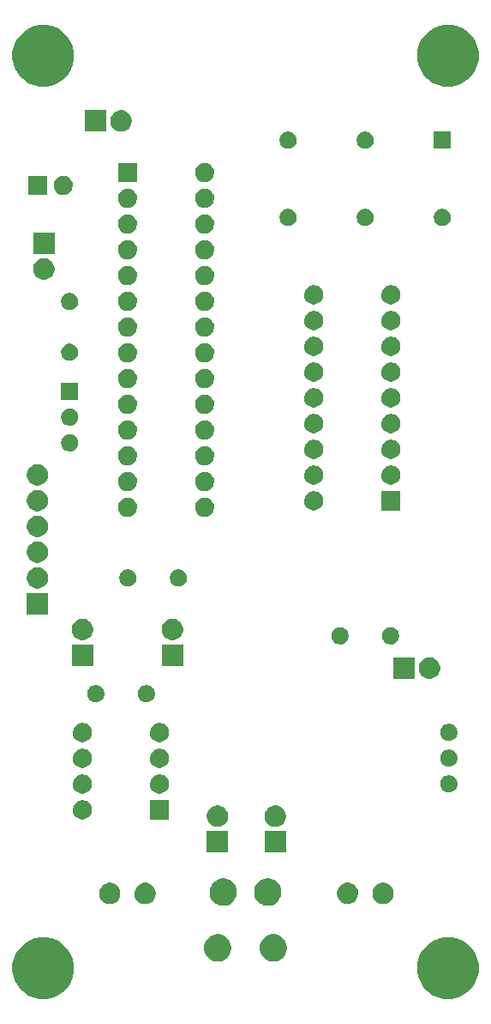
<source format=gbs>
G04 #@! TF.FileFunction,Soldermask,Bot*
%FSLAX46Y46*%
G04 Gerber Fmt 4.6, Leading zero omitted, Abs format (unit mm)*
G04 Created by KiCad (PCBNEW 4.0.2-stable) date 2016/04/14 22:54:03*
%MOMM*%
G01*
G04 APERTURE LIST*
%ADD10C,0.100000*%
G04 APERTURE END LIST*
D10*
G36*
X5320354Y-91952029D02*
X5906276Y-92072302D01*
X6457672Y-92304088D01*
X6953551Y-92638561D01*
X7375020Y-93062984D01*
X7706025Y-93561185D01*
X7933953Y-94114183D01*
X8050065Y-94700588D01*
X8050065Y-94700598D01*
X8050131Y-94700932D01*
X8040591Y-95384116D01*
X8040515Y-95384450D01*
X8040515Y-95384462D01*
X7908079Y-95967387D01*
X7664794Y-96513813D01*
X7320010Y-97002576D01*
X6886851Y-97415066D01*
X6381833Y-97735561D01*
X5824174Y-97951863D01*
X5235128Y-98055727D01*
X4637123Y-98043202D01*
X4052933Y-97914759D01*
X3504827Y-97675297D01*
X3013669Y-97333933D01*
X2598166Y-96903667D01*
X2274153Y-96400898D01*
X2053964Y-95844764D01*
X1945988Y-95256449D01*
X1954340Y-94658373D01*
X2078698Y-94073311D01*
X2314331Y-93523540D01*
X2652258Y-93030011D01*
X3079611Y-92611514D01*
X3580109Y-92283998D01*
X4134691Y-92059932D01*
X4722230Y-91947853D01*
X5320354Y-91952029D01*
X5320354Y-91952029D01*
G37*
G36*
X45320354Y-91952029D02*
X45906276Y-92072302D01*
X46457672Y-92304088D01*
X46953551Y-92638561D01*
X47375020Y-93062984D01*
X47706025Y-93561185D01*
X47933953Y-94114183D01*
X48050065Y-94700588D01*
X48050065Y-94700598D01*
X48050131Y-94700932D01*
X48040591Y-95384116D01*
X48040515Y-95384450D01*
X48040515Y-95384462D01*
X47908079Y-95967387D01*
X47664794Y-96513813D01*
X47320010Y-97002576D01*
X46886851Y-97415066D01*
X46381833Y-97735561D01*
X45824174Y-97951863D01*
X45235128Y-98055727D01*
X44637123Y-98043202D01*
X44052933Y-97914759D01*
X43504827Y-97675297D01*
X43013669Y-97333933D01*
X42598166Y-96903667D01*
X42274153Y-96400898D01*
X42053964Y-95844764D01*
X41945988Y-95256449D01*
X41954340Y-94658373D01*
X42078698Y-94073311D01*
X42314331Y-93523540D01*
X42652258Y-93030011D01*
X43079611Y-92611514D01*
X43580109Y-92283998D01*
X44134691Y-92059932D01*
X44722230Y-91947853D01*
X45320354Y-91952029D01*
X45320354Y-91952029D01*
G37*
G36*
X27891796Y-91650897D02*
X28151139Y-91704133D01*
X28395199Y-91806726D01*
X28614686Y-91954772D01*
X28801240Y-92142633D01*
X28947751Y-92363149D01*
X29048635Y-92607915D01*
X29099992Y-92867282D01*
X29099992Y-92867292D01*
X29100058Y-92867626D01*
X29095835Y-93170019D01*
X29095759Y-93170353D01*
X29095759Y-93170365D01*
X29037184Y-93428187D01*
X28929500Y-93670049D01*
X28776891Y-93886386D01*
X28585163Y-94068966D01*
X28361632Y-94210823D01*
X28114798Y-94306564D01*
X27854074Y-94352536D01*
X27589383Y-94346992D01*
X27330806Y-94290140D01*
X27088201Y-94184148D01*
X26870804Y-94033053D01*
X26686891Y-93842607D01*
X26543477Y-93620071D01*
X26446016Y-93373913D01*
X26398223Y-93113509D01*
X26401920Y-92848787D01*
X26456963Y-92589827D01*
X26561261Y-92346484D01*
X26710835Y-92128037D01*
X26899992Y-91942800D01*
X27121523Y-91797834D01*
X27366994Y-91698657D01*
X27627050Y-91649049D01*
X27891796Y-91650897D01*
X27891796Y-91650897D01*
G37*
G36*
X22391796Y-91650897D02*
X22651139Y-91704133D01*
X22895199Y-91806726D01*
X23114686Y-91954772D01*
X23301240Y-92142633D01*
X23447751Y-92363149D01*
X23548635Y-92607915D01*
X23599992Y-92867282D01*
X23599992Y-92867292D01*
X23600058Y-92867626D01*
X23595835Y-93170019D01*
X23595759Y-93170353D01*
X23595759Y-93170365D01*
X23537184Y-93428187D01*
X23429500Y-93670049D01*
X23276891Y-93886386D01*
X23085163Y-94068966D01*
X22861632Y-94210823D01*
X22614798Y-94306564D01*
X22354074Y-94352536D01*
X22089383Y-94346992D01*
X21830806Y-94290140D01*
X21588201Y-94184148D01*
X21370804Y-94033053D01*
X21186891Y-93842607D01*
X21043477Y-93620071D01*
X20946016Y-93373913D01*
X20898223Y-93113509D01*
X20901920Y-92848787D01*
X20956963Y-92589827D01*
X21061261Y-92346484D01*
X21210835Y-92128037D01*
X21399992Y-91942800D01*
X21621523Y-91797834D01*
X21866994Y-91698657D01*
X22127050Y-91649049D01*
X22391796Y-91650897D01*
X22391796Y-91650897D01*
G37*
G36*
X22941796Y-86150897D02*
X23201139Y-86204133D01*
X23445199Y-86306726D01*
X23664686Y-86454772D01*
X23851240Y-86642633D01*
X23997751Y-86863149D01*
X24098635Y-87107915D01*
X24149992Y-87367282D01*
X24149992Y-87367292D01*
X24150058Y-87367626D01*
X24145835Y-87670019D01*
X24145759Y-87670353D01*
X24145759Y-87670365D01*
X24087184Y-87928187D01*
X23979500Y-88170049D01*
X23826891Y-88386386D01*
X23635163Y-88568966D01*
X23411632Y-88710823D01*
X23164798Y-88806564D01*
X22904074Y-88852536D01*
X22639383Y-88846992D01*
X22380806Y-88790140D01*
X22138201Y-88684148D01*
X21920804Y-88533053D01*
X21736891Y-88342607D01*
X21593477Y-88120071D01*
X21496016Y-87873913D01*
X21448223Y-87613509D01*
X21451920Y-87348787D01*
X21506963Y-87089827D01*
X21611261Y-86846484D01*
X21760835Y-86628037D01*
X21949992Y-86442800D01*
X22171523Y-86297834D01*
X22416994Y-86198657D01*
X22677050Y-86149049D01*
X22941796Y-86150897D01*
X22941796Y-86150897D01*
G37*
G36*
X27341796Y-86150897D02*
X27601139Y-86204133D01*
X27845199Y-86306726D01*
X28064686Y-86454772D01*
X28251240Y-86642633D01*
X28397751Y-86863149D01*
X28498635Y-87107915D01*
X28549992Y-87367282D01*
X28549992Y-87367292D01*
X28550058Y-87367626D01*
X28545835Y-87670019D01*
X28545759Y-87670353D01*
X28545759Y-87670365D01*
X28487184Y-87928187D01*
X28379500Y-88170049D01*
X28226891Y-88386386D01*
X28035163Y-88568966D01*
X27811632Y-88710823D01*
X27564798Y-88806564D01*
X27304074Y-88852536D01*
X27039383Y-88846992D01*
X26780806Y-88790140D01*
X26538201Y-88684148D01*
X26320804Y-88533053D01*
X26136891Y-88342607D01*
X25993477Y-88120071D01*
X25896016Y-87873913D01*
X25848223Y-87613509D01*
X25851920Y-87348787D01*
X25906963Y-87089827D01*
X26011261Y-86846484D01*
X26160835Y-86628037D01*
X26349992Y-86442800D01*
X26571523Y-86297834D01*
X26816994Y-86198657D01*
X27077050Y-86149049D01*
X27341796Y-86150897D01*
X27341796Y-86150897D01*
G37*
G36*
X38690286Y-86580698D02*
X38891998Y-86622104D01*
X39081821Y-86701898D01*
X39252534Y-86817045D01*
X39397631Y-86963159D01*
X39511583Y-87134670D01*
X39590050Y-87325046D01*
X39629979Y-87526698D01*
X39629979Y-87526703D01*
X39630046Y-87527042D01*
X39626761Y-87762237D01*
X39626684Y-87762575D01*
X39626684Y-87762583D01*
X39581144Y-87963034D01*
X39497389Y-88151149D01*
X39378693Y-88319411D01*
X39229570Y-88461419D01*
X39055714Y-88571751D01*
X38863732Y-88646217D01*
X38660947Y-88681972D01*
X38455076Y-88677661D01*
X38253958Y-88633442D01*
X38065268Y-88551005D01*
X37896181Y-88433486D01*
X37753137Y-88285360D01*
X37641594Y-88112278D01*
X37565790Y-87920822D01*
X37528618Y-87718284D01*
X37531493Y-87512390D01*
X37574304Y-87310977D01*
X37655425Y-87121710D01*
X37771760Y-86951807D01*
X37918883Y-86807733D01*
X38091185Y-86694982D01*
X38282107Y-86617844D01*
X38484372Y-86579260D01*
X38690286Y-86580698D01*
X38690286Y-86580698D01*
G37*
G36*
X11695286Y-86580698D02*
X11896998Y-86622104D01*
X12086821Y-86701898D01*
X12257534Y-86817045D01*
X12402631Y-86963159D01*
X12516583Y-87134670D01*
X12595050Y-87325046D01*
X12634979Y-87526698D01*
X12634979Y-87526703D01*
X12635046Y-87527042D01*
X12631761Y-87762237D01*
X12631684Y-87762575D01*
X12631684Y-87762583D01*
X12586144Y-87963034D01*
X12502389Y-88151149D01*
X12383693Y-88319411D01*
X12234570Y-88461419D01*
X12060714Y-88571751D01*
X11868732Y-88646217D01*
X11665947Y-88681972D01*
X11460076Y-88677661D01*
X11258958Y-88633442D01*
X11070268Y-88551005D01*
X10901181Y-88433486D01*
X10758137Y-88285360D01*
X10646594Y-88112278D01*
X10570790Y-87920822D01*
X10533618Y-87718284D01*
X10536493Y-87512390D01*
X10579304Y-87310977D01*
X10660425Y-87121710D01*
X10776760Y-86951807D01*
X10923883Y-86807733D01*
X11096185Y-86694982D01*
X11287107Y-86617844D01*
X11489372Y-86579260D01*
X11695286Y-86580698D01*
X11695286Y-86580698D01*
G37*
G36*
X15195286Y-86580698D02*
X15396998Y-86622104D01*
X15586821Y-86701898D01*
X15757534Y-86817045D01*
X15902631Y-86963159D01*
X16016583Y-87134670D01*
X16095050Y-87325046D01*
X16134979Y-87526698D01*
X16134979Y-87526703D01*
X16135046Y-87527042D01*
X16131761Y-87762237D01*
X16131684Y-87762575D01*
X16131684Y-87762583D01*
X16086144Y-87963034D01*
X16002389Y-88151149D01*
X15883693Y-88319411D01*
X15734570Y-88461419D01*
X15560714Y-88571751D01*
X15368732Y-88646217D01*
X15165947Y-88681972D01*
X14960076Y-88677661D01*
X14758958Y-88633442D01*
X14570268Y-88551005D01*
X14401181Y-88433486D01*
X14258137Y-88285360D01*
X14146594Y-88112278D01*
X14070790Y-87920822D01*
X14033618Y-87718284D01*
X14036493Y-87512390D01*
X14079304Y-87310977D01*
X14160425Y-87121710D01*
X14276760Y-86951807D01*
X14423883Y-86807733D01*
X14596185Y-86694982D01*
X14787107Y-86617844D01*
X14989372Y-86579260D01*
X15195286Y-86580698D01*
X15195286Y-86580698D01*
G37*
G36*
X35190286Y-86580698D02*
X35391998Y-86622104D01*
X35581821Y-86701898D01*
X35752534Y-86817045D01*
X35897631Y-86963159D01*
X36011583Y-87134670D01*
X36090050Y-87325046D01*
X36129979Y-87526698D01*
X36129979Y-87526703D01*
X36130046Y-87527042D01*
X36126761Y-87762237D01*
X36126684Y-87762575D01*
X36126684Y-87762583D01*
X36081144Y-87963034D01*
X35997389Y-88151149D01*
X35878693Y-88319411D01*
X35729570Y-88461419D01*
X35555714Y-88571751D01*
X35363732Y-88646217D01*
X35160947Y-88681972D01*
X34955076Y-88677661D01*
X34753958Y-88633442D01*
X34565268Y-88551005D01*
X34396181Y-88433486D01*
X34253137Y-88285360D01*
X34141594Y-88112278D01*
X34065790Y-87920822D01*
X34028618Y-87718284D01*
X34031493Y-87512390D01*
X34074304Y-87310977D01*
X34155425Y-87121710D01*
X34271760Y-86951807D01*
X34418883Y-86807733D01*
X34591185Y-86694982D01*
X34782107Y-86617844D01*
X34984372Y-86579260D01*
X35190286Y-86580698D01*
X35190286Y-86580698D01*
G37*
G36*
X28990000Y-83600000D02*
X26890000Y-83600000D01*
X26890000Y-81500000D01*
X28990000Y-81500000D01*
X28990000Y-83600000D01*
X28990000Y-83600000D01*
G37*
G36*
X23275000Y-83600000D02*
X21175000Y-83600000D01*
X21175000Y-81500000D01*
X23275000Y-81500000D01*
X23275000Y-83600000D01*
X23275000Y-83600000D01*
G37*
G36*
X22335286Y-78960698D02*
X22536998Y-79002104D01*
X22726821Y-79081898D01*
X22897534Y-79197045D01*
X23042631Y-79343159D01*
X23156583Y-79514670D01*
X23235050Y-79705046D01*
X23274979Y-79906698D01*
X23274979Y-79906703D01*
X23275046Y-79907042D01*
X23271761Y-80142237D01*
X23271684Y-80142575D01*
X23271684Y-80142583D01*
X23226144Y-80343034D01*
X23142389Y-80531149D01*
X23023693Y-80699411D01*
X22874570Y-80841419D01*
X22700714Y-80951751D01*
X22508732Y-81026217D01*
X22305947Y-81061972D01*
X22100076Y-81057661D01*
X21898958Y-81013442D01*
X21710268Y-80931005D01*
X21541181Y-80813486D01*
X21398137Y-80665360D01*
X21286594Y-80492278D01*
X21210790Y-80300822D01*
X21173618Y-80098284D01*
X21176493Y-79892390D01*
X21219304Y-79690977D01*
X21300425Y-79501710D01*
X21416760Y-79331807D01*
X21563883Y-79187733D01*
X21736185Y-79074982D01*
X21927107Y-78997844D01*
X22129372Y-78959260D01*
X22335286Y-78960698D01*
X22335286Y-78960698D01*
G37*
G36*
X28050286Y-78960698D02*
X28251998Y-79002104D01*
X28441821Y-79081898D01*
X28612534Y-79197045D01*
X28757631Y-79343159D01*
X28871583Y-79514670D01*
X28950050Y-79705046D01*
X28989979Y-79906698D01*
X28989979Y-79906703D01*
X28990046Y-79907042D01*
X28986761Y-80142237D01*
X28986684Y-80142575D01*
X28986684Y-80142583D01*
X28941144Y-80343034D01*
X28857389Y-80531149D01*
X28738693Y-80699411D01*
X28589570Y-80841419D01*
X28415714Y-80951751D01*
X28223732Y-81026217D01*
X28020947Y-81061972D01*
X27815076Y-81057661D01*
X27613958Y-81013442D01*
X27425268Y-80931005D01*
X27256181Y-80813486D01*
X27113137Y-80665360D01*
X27001594Y-80492278D01*
X26925790Y-80300822D01*
X26888618Y-80098284D01*
X26891493Y-79892390D01*
X26934304Y-79690977D01*
X27015425Y-79501710D01*
X27131760Y-79331807D01*
X27278883Y-79187733D01*
X27451185Y-79074982D01*
X27642107Y-78997844D01*
X27844372Y-78959260D01*
X28050286Y-78960698D01*
X28050286Y-78960698D01*
G37*
G36*
X8989782Y-78425631D02*
X9172284Y-78463093D01*
X9344029Y-78535288D01*
X9498483Y-78639468D01*
X9629762Y-78771667D01*
X9732862Y-78926844D01*
X9803856Y-79099089D01*
X9839975Y-79281504D01*
X9839975Y-79281514D01*
X9840041Y-79281848D01*
X9837070Y-79494643D01*
X9836994Y-79494977D01*
X9836994Y-79494989D01*
X9795798Y-79676316D01*
X9720019Y-79846516D01*
X9612628Y-79998754D01*
X9477707Y-80127237D01*
X9320408Y-80227061D01*
X9146710Y-80294435D01*
X8963238Y-80326785D01*
X8776974Y-80322884D01*
X8595011Y-80282877D01*
X8424289Y-80208290D01*
X8271306Y-80101964D01*
X8141885Y-79967946D01*
X8040965Y-79811348D01*
X7972381Y-79638125D01*
X7938748Y-79454876D01*
X7941350Y-79268591D01*
X7980084Y-79086360D01*
X8053479Y-78915118D01*
X8158735Y-78761396D01*
X8291846Y-78631043D01*
X8447738Y-78529030D01*
X8620477Y-78459239D01*
X8803479Y-78424330D01*
X8989782Y-78425631D01*
X8989782Y-78425631D01*
G37*
G36*
X17460000Y-80325000D02*
X15560000Y-80325000D01*
X15560000Y-78425000D01*
X17460000Y-78425000D01*
X17460000Y-80325000D01*
X17460000Y-80325000D01*
G37*
G36*
X16609782Y-75885631D02*
X16792284Y-75923093D01*
X16964029Y-75995288D01*
X17118483Y-76099468D01*
X17249762Y-76231667D01*
X17352862Y-76386844D01*
X17423856Y-76559089D01*
X17459975Y-76741504D01*
X17459975Y-76741514D01*
X17460041Y-76741848D01*
X17457070Y-76954643D01*
X17456994Y-76954977D01*
X17456994Y-76954989D01*
X17415798Y-77136316D01*
X17340019Y-77306516D01*
X17232628Y-77458754D01*
X17097707Y-77587237D01*
X16940408Y-77687061D01*
X16766710Y-77754435D01*
X16583238Y-77786785D01*
X16396974Y-77782884D01*
X16215011Y-77742877D01*
X16044289Y-77668290D01*
X15891306Y-77561964D01*
X15761885Y-77427946D01*
X15660965Y-77271348D01*
X15592381Y-77098125D01*
X15558748Y-76914876D01*
X15561350Y-76728591D01*
X15600084Y-76546360D01*
X15673479Y-76375118D01*
X15778735Y-76221396D01*
X15911846Y-76091043D01*
X16067738Y-75989030D01*
X16240477Y-75919239D01*
X16423479Y-75884330D01*
X16609782Y-75885631D01*
X16609782Y-75885631D01*
G37*
G36*
X8989782Y-75885631D02*
X9172284Y-75923093D01*
X9344029Y-75995288D01*
X9498483Y-76099468D01*
X9629762Y-76231667D01*
X9732862Y-76386844D01*
X9803856Y-76559089D01*
X9839975Y-76741504D01*
X9839975Y-76741514D01*
X9840041Y-76741848D01*
X9837070Y-76954643D01*
X9836994Y-76954977D01*
X9836994Y-76954989D01*
X9795798Y-77136316D01*
X9720019Y-77306516D01*
X9612628Y-77458754D01*
X9477707Y-77587237D01*
X9320408Y-77687061D01*
X9146710Y-77754435D01*
X8963238Y-77786785D01*
X8776974Y-77782884D01*
X8595011Y-77742877D01*
X8424289Y-77668290D01*
X8271306Y-77561964D01*
X8141885Y-77427946D01*
X8040965Y-77271348D01*
X7972381Y-77098125D01*
X7938748Y-76914876D01*
X7941350Y-76728591D01*
X7980084Y-76546360D01*
X8053479Y-76375118D01*
X8158735Y-76221396D01*
X8291846Y-76091043D01*
X8447738Y-75989030D01*
X8620477Y-75919239D01*
X8803479Y-75884330D01*
X8989782Y-75885631D01*
X8989782Y-75885631D01*
G37*
G36*
X45174279Y-75985564D02*
X45337570Y-76019083D01*
X45491236Y-76083678D01*
X45629433Y-76176892D01*
X45746893Y-76295176D01*
X45839140Y-76434018D01*
X45902661Y-76588132D01*
X45934971Y-76751309D01*
X45934971Y-76751319D01*
X45935037Y-76751653D01*
X45932378Y-76942049D01*
X45932302Y-76942383D01*
X45932302Y-76942395D01*
X45895451Y-77104599D01*
X45827649Y-77256883D01*
X45731562Y-77393095D01*
X45610843Y-77508054D01*
X45470102Y-77597370D01*
X45314688Y-77657653D01*
X45150529Y-77686598D01*
X44983872Y-77683107D01*
X44821062Y-77647311D01*
X44668315Y-77580577D01*
X44531429Y-77485439D01*
X44415634Y-77365530D01*
X44325337Y-77225417D01*
X44263972Y-77070428D01*
X44233880Y-76906467D01*
X44236208Y-76739791D01*
X44270864Y-76576744D01*
X44336534Y-76423527D01*
X44430710Y-76285986D01*
X44549810Y-76169354D01*
X44689292Y-76078079D01*
X44843848Y-76015635D01*
X45007586Y-75984400D01*
X45174279Y-75985564D01*
X45174279Y-75985564D01*
G37*
G36*
X8989782Y-73345631D02*
X9172284Y-73383093D01*
X9344029Y-73455288D01*
X9498483Y-73559468D01*
X9629762Y-73691667D01*
X9732862Y-73846844D01*
X9803856Y-74019089D01*
X9839975Y-74201504D01*
X9839975Y-74201514D01*
X9840041Y-74201848D01*
X9837070Y-74414643D01*
X9836994Y-74414977D01*
X9836994Y-74414989D01*
X9795798Y-74596316D01*
X9720019Y-74766516D01*
X9612628Y-74918754D01*
X9477707Y-75047237D01*
X9320408Y-75147061D01*
X9146710Y-75214435D01*
X8963238Y-75246785D01*
X8776974Y-75242884D01*
X8595011Y-75202877D01*
X8424289Y-75128290D01*
X8271306Y-75021964D01*
X8141885Y-74887946D01*
X8040965Y-74731348D01*
X7972381Y-74558125D01*
X7938748Y-74374876D01*
X7941350Y-74188591D01*
X7980084Y-74006360D01*
X8053479Y-73835118D01*
X8158735Y-73681396D01*
X8291846Y-73551043D01*
X8447738Y-73449030D01*
X8620477Y-73379239D01*
X8803479Y-73344330D01*
X8989782Y-73345631D01*
X8989782Y-73345631D01*
G37*
G36*
X16609782Y-73345631D02*
X16792284Y-73383093D01*
X16964029Y-73455288D01*
X17118483Y-73559468D01*
X17249762Y-73691667D01*
X17352862Y-73846844D01*
X17423856Y-74019089D01*
X17459975Y-74201504D01*
X17459975Y-74201514D01*
X17460041Y-74201848D01*
X17457070Y-74414643D01*
X17456994Y-74414977D01*
X17456994Y-74414989D01*
X17415798Y-74596316D01*
X17340019Y-74766516D01*
X17232628Y-74918754D01*
X17097707Y-75047237D01*
X16940408Y-75147061D01*
X16766710Y-75214435D01*
X16583238Y-75246785D01*
X16396974Y-75242884D01*
X16215011Y-75202877D01*
X16044289Y-75128290D01*
X15891306Y-75021964D01*
X15761885Y-74887946D01*
X15660965Y-74731348D01*
X15592381Y-74558125D01*
X15558748Y-74374876D01*
X15561350Y-74188591D01*
X15600084Y-74006360D01*
X15673479Y-73835118D01*
X15778735Y-73681396D01*
X15911846Y-73551043D01*
X16067738Y-73449030D01*
X16240477Y-73379239D01*
X16423479Y-73344330D01*
X16609782Y-73345631D01*
X16609782Y-73345631D01*
G37*
G36*
X45174279Y-73445564D02*
X45337570Y-73479083D01*
X45491236Y-73543678D01*
X45629433Y-73636892D01*
X45746893Y-73755176D01*
X45839140Y-73894018D01*
X45902661Y-74048132D01*
X45934971Y-74211309D01*
X45934971Y-74211319D01*
X45935037Y-74211653D01*
X45932378Y-74402049D01*
X45932302Y-74402383D01*
X45932302Y-74402395D01*
X45895451Y-74564599D01*
X45827649Y-74716883D01*
X45731562Y-74853095D01*
X45610843Y-74968054D01*
X45470102Y-75057370D01*
X45314688Y-75117653D01*
X45150529Y-75146598D01*
X44983872Y-75143107D01*
X44821062Y-75107311D01*
X44668315Y-75040577D01*
X44531429Y-74945439D01*
X44415634Y-74825530D01*
X44325337Y-74685417D01*
X44263972Y-74530428D01*
X44233880Y-74366467D01*
X44236208Y-74199791D01*
X44270864Y-74036744D01*
X44336534Y-73883527D01*
X44430710Y-73745986D01*
X44549810Y-73629354D01*
X44689292Y-73538079D01*
X44843848Y-73475635D01*
X45007586Y-73444400D01*
X45174279Y-73445564D01*
X45174279Y-73445564D01*
G37*
G36*
X8989782Y-70805631D02*
X9172284Y-70843093D01*
X9344029Y-70915288D01*
X9498483Y-71019468D01*
X9629762Y-71151667D01*
X9732862Y-71306844D01*
X9803856Y-71479089D01*
X9839975Y-71661504D01*
X9839975Y-71661514D01*
X9840041Y-71661848D01*
X9837070Y-71874643D01*
X9836994Y-71874977D01*
X9836994Y-71874989D01*
X9795798Y-72056316D01*
X9720019Y-72226516D01*
X9612628Y-72378754D01*
X9477707Y-72507237D01*
X9320408Y-72607061D01*
X9146710Y-72674435D01*
X8963238Y-72706785D01*
X8776974Y-72702884D01*
X8595011Y-72662877D01*
X8424289Y-72588290D01*
X8271306Y-72481964D01*
X8141885Y-72347946D01*
X8040965Y-72191348D01*
X7972381Y-72018125D01*
X7938748Y-71834876D01*
X7941350Y-71648591D01*
X7980084Y-71466360D01*
X8053479Y-71295118D01*
X8158735Y-71141396D01*
X8291846Y-71011043D01*
X8447738Y-70909030D01*
X8620477Y-70839239D01*
X8803479Y-70804330D01*
X8989782Y-70805631D01*
X8989782Y-70805631D01*
G37*
G36*
X16609782Y-70805631D02*
X16792284Y-70843093D01*
X16964029Y-70915288D01*
X17118483Y-71019468D01*
X17249762Y-71151667D01*
X17352862Y-71306844D01*
X17423856Y-71479089D01*
X17459975Y-71661504D01*
X17459975Y-71661514D01*
X17460041Y-71661848D01*
X17457070Y-71874643D01*
X17456994Y-71874977D01*
X17456994Y-71874989D01*
X17415798Y-72056316D01*
X17340019Y-72226516D01*
X17232628Y-72378754D01*
X17097707Y-72507237D01*
X16940408Y-72607061D01*
X16766710Y-72674435D01*
X16583238Y-72706785D01*
X16396974Y-72702884D01*
X16215011Y-72662877D01*
X16044289Y-72588290D01*
X15891306Y-72481964D01*
X15761885Y-72347946D01*
X15660965Y-72191348D01*
X15592381Y-72018125D01*
X15558748Y-71834876D01*
X15561350Y-71648591D01*
X15600084Y-71466360D01*
X15673479Y-71295118D01*
X15778735Y-71141396D01*
X15911846Y-71011043D01*
X16067738Y-70909030D01*
X16240477Y-70839239D01*
X16423479Y-70804330D01*
X16609782Y-70805631D01*
X16609782Y-70805631D01*
G37*
G36*
X45174279Y-70905564D02*
X45337570Y-70939083D01*
X45491236Y-71003678D01*
X45629433Y-71096892D01*
X45746893Y-71215176D01*
X45839140Y-71354018D01*
X45902661Y-71508132D01*
X45934971Y-71671309D01*
X45934971Y-71671319D01*
X45935037Y-71671653D01*
X45932378Y-71862049D01*
X45932302Y-71862383D01*
X45932302Y-71862395D01*
X45895451Y-72024599D01*
X45827649Y-72176883D01*
X45731562Y-72313095D01*
X45610843Y-72428054D01*
X45470102Y-72517370D01*
X45314688Y-72577653D01*
X45150529Y-72606598D01*
X44983872Y-72603107D01*
X44821062Y-72567311D01*
X44668315Y-72500577D01*
X44531429Y-72405439D01*
X44415634Y-72285530D01*
X44325337Y-72145417D01*
X44263972Y-71990428D01*
X44233880Y-71826467D01*
X44236208Y-71659791D01*
X44270864Y-71496744D01*
X44336534Y-71343527D01*
X44430710Y-71205986D01*
X44549810Y-71089354D01*
X44689292Y-70998079D01*
X44843848Y-70935635D01*
X45007586Y-70904400D01*
X45174279Y-70905564D01*
X45174279Y-70905564D01*
G37*
G36*
X10289279Y-67095564D02*
X10452570Y-67129083D01*
X10606236Y-67193678D01*
X10744433Y-67286892D01*
X10861893Y-67405176D01*
X10954140Y-67544018D01*
X11017661Y-67698132D01*
X11049971Y-67861309D01*
X11049971Y-67861319D01*
X11050037Y-67861653D01*
X11047378Y-68052049D01*
X11047302Y-68052383D01*
X11047302Y-68052395D01*
X11010451Y-68214599D01*
X10942649Y-68366883D01*
X10846562Y-68503095D01*
X10725843Y-68618054D01*
X10585102Y-68707370D01*
X10429688Y-68767653D01*
X10265529Y-68796598D01*
X10098872Y-68793107D01*
X9936062Y-68757311D01*
X9783315Y-68690577D01*
X9646429Y-68595439D01*
X9530634Y-68475530D01*
X9440337Y-68335417D01*
X9378972Y-68180428D01*
X9348880Y-68016467D01*
X9351208Y-67849791D01*
X9385864Y-67686744D01*
X9451534Y-67533527D01*
X9545710Y-67395986D01*
X9664810Y-67279354D01*
X9804292Y-67188079D01*
X9958848Y-67125635D01*
X10122586Y-67094400D01*
X10289279Y-67095564D01*
X10289279Y-67095564D01*
G37*
G36*
X15289279Y-67095564D02*
X15452570Y-67129083D01*
X15606236Y-67193678D01*
X15744433Y-67286892D01*
X15861893Y-67405176D01*
X15954140Y-67544018D01*
X16017661Y-67698132D01*
X16049971Y-67861309D01*
X16049971Y-67861319D01*
X16050037Y-67861653D01*
X16047378Y-68052049D01*
X16047302Y-68052383D01*
X16047302Y-68052395D01*
X16010451Y-68214599D01*
X15942649Y-68366883D01*
X15846562Y-68503095D01*
X15725843Y-68618054D01*
X15585102Y-68707370D01*
X15429688Y-68767653D01*
X15265529Y-68796598D01*
X15098872Y-68793107D01*
X14936062Y-68757311D01*
X14783315Y-68690577D01*
X14646429Y-68595439D01*
X14530634Y-68475530D01*
X14440337Y-68335417D01*
X14378972Y-68180428D01*
X14348880Y-68016467D01*
X14351208Y-67849791D01*
X14385864Y-67686744D01*
X14451534Y-67533527D01*
X14545710Y-67395986D01*
X14664810Y-67279354D01*
X14804292Y-67188079D01*
X14958848Y-67125635D01*
X15122586Y-67094400D01*
X15289279Y-67095564D01*
X15289279Y-67095564D01*
G37*
G36*
X43290286Y-64355698D02*
X43491998Y-64397104D01*
X43681821Y-64476898D01*
X43852534Y-64592045D01*
X43997631Y-64738159D01*
X44111583Y-64909670D01*
X44190050Y-65100046D01*
X44229979Y-65301698D01*
X44229979Y-65301703D01*
X44230046Y-65302042D01*
X44226761Y-65537237D01*
X44226684Y-65537575D01*
X44226684Y-65537583D01*
X44181144Y-65738034D01*
X44097389Y-65926149D01*
X43978693Y-66094411D01*
X43829570Y-66236419D01*
X43655714Y-66346751D01*
X43463732Y-66421217D01*
X43260947Y-66456972D01*
X43055076Y-66452661D01*
X42853958Y-66408442D01*
X42665268Y-66326005D01*
X42496181Y-66208486D01*
X42353137Y-66060360D01*
X42241594Y-65887278D01*
X42165790Y-65695822D01*
X42128618Y-65493284D01*
X42131493Y-65287390D01*
X42174304Y-65085977D01*
X42255425Y-64896710D01*
X42371760Y-64726807D01*
X42518883Y-64582733D01*
X42691185Y-64469982D01*
X42882107Y-64392844D01*
X43084372Y-64354260D01*
X43290286Y-64355698D01*
X43290286Y-64355698D01*
G37*
G36*
X41690000Y-66455000D02*
X39590000Y-66455000D01*
X39590000Y-64355000D01*
X41690000Y-64355000D01*
X41690000Y-66455000D01*
X41690000Y-66455000D01*
G37*
G36*
X18830000Y-65185000D02*
X16730000Y-65185000D01*
X16730000Y-63085000D01*
X18830000Y-63085000D01*
X18830000Y-65185000D01*
X18830000Y-65185000D01*
G37*
G36*
X9940000Y-65185000D02*
X7840000Y-65185000D01*
X7840000Y-63085000D01*
X9940000Y-63085000D01*
X9940000Y-65185000D01*
X9940000Y-65185000D01*
G37*
G36*
X39419279Y-61380564D02*
X39582570Y-61414083D01*
X39736236Y-61478678D01*
X39874433Y-61571892D01*
X39991893Y-61690176D01*
X40084140Y-61829018D01*
X40147661Y-61983132D01*
X40179971Y-62146309D01*
X40179971Y-62146319D01*
X40180037Y-62146653D01*
X40177378Y-62337049D01*
X40177302Y-62337383D01*
X40177302Y-62337395D01*
X40140451Y-62499599D01*
X40072649Y-62651883D01*
X39976562Y-62788095D01*
X39855843Y-62903054D01*
X39715102Y-62992370D01*
X39559688Y-63052653D01*
X39395529Y-63081598D01*
X39228872Y-63078107D01*
X39066062Y-63042311D01*
X38913315Y-62975577D01*
X38776429Y-62880439D01*
X38660634Y-62760530D01*
X38570337Y-62620417D01*
X38508972Y-62465428D01*
X38478880Y-62301467D01*
X38481208Y-62134791D01*
X38515864Y-61971744D01*
X38581534Y-61818527D01*
X38675710Y-61680986D01*
X38794810Y-61564354D01*
X38934292Y-61473079D01*
X39088848Y-61410635D01*
X39252586Y-61379400D01*
X39419279Y-61380564D01*
X39419279Y-61380564D01*
G37*
G36*
X34419279Y-61380564D02*
X34582570Y-61414083D01*
X34736236Y-61478678D01*
X34874433Y-61571892D01*
X34991893Y-61690176D01*
X35084140Y-61829018D01*
X35147661Y-61983132D01*
X35179971Y-62146309D01*
X35179971Y-62146319D01*
X35180037Y-62146653D01*
X35177378Y-62337049D01*
X35177302Y-62337383D01*
X35177302Y-62337395D01*
X35140451Y-62499599D01*
X35072649Y-62651883D01*
X34976562Y-62788095D01*
X34855843Y-62903054D01*
X34715102Y-62992370D01*
X34559688Y-63052653D01*
X34395529Y-63081598D01*
X34228872Y-63078107D01*
X34066062Y-63042311D01*
X33913315Y-62975577D01*
X33776429Y-62880439D01*
X33660634Y-62760530D01*
X33570337Y-62620417D01*
X33508972Y-62465428D01*
X33478880Y-62301467D01*
X33481208Y-62134791D01*
X33515864Y-61971744D01*
X33581534Y-61818527D01*
X33675710Y-61680986D01*
X33794810Y-61564354D01*
X33934292Y-61473079D01*
X34088848Y-61410635D01*
X34252586Y-61379400D01*
X34419279Y-61380564D01*
X34419279Y-61380564D01*
G37*
G36*
X17890286Y-60545698D02*
X18091998Y-60587104D01*
X18281821Y-60666898D01*
X18452534Y-60782045D01*
X18597631Y-60928159D01*
X18711583Y-61099670D01*
X18790050Y-61290046D01*
X18829979Y-61491698D01*
X18829979Y-61491703D01*
X18830046Y-61492042D01*
X18826761Y-61727237D01*
X18826684Y-61727575D01*
X18826684Y-61727583D01*
X18781144Y-61928034D01*
X18697389Y-62116149D01*
X18578693Y-62284411D01*
X18429570Y-62426419D01*
X18255714Y-62536751D01*
X18063732Y-62611217D01*
X17860947Y-62646972D01*
X17655076Y-62642661D01*
X17453958Y-62598442D01*
X17265268Y-62516005D01*
X17096181Y-62398486D01*
X16953137Y-62250360D01*
X16841594Y-62077278D01*
X16765790Y-61885822D01*
X16728618Y-61683284D01*
X16731493Y-61477390D01*
X16774304Y-61275977D01*
X16855425Y-61086710D01*
X16971760Y-60916807D01*
X17118883Y-60772733D01*
X17291185Y-60659982D01*
X17482107Y-60582844D01*
X17684372Y-60544260D01*
X17890286Y-60545698D01*
X17890286Y-60545698D01*
G37*
G36*
X9000286Y-60545698D02*
X9201998Y-60587104D01*
X9391821Y-60666898D01*
X9562534Y-60782045D01*
X9707631Y-60928159D01*
X9821583Y-61099670D01*
X9900050Y-61290046D01*
X9939979Y-61491698D01*
X9939979Y-61491703D01*
X9940046Y-61492042D01*
X9936761Y-61727237D01*
X9936684Y-61727575D01*
X9936684Y-61727583D01*
X9891144Y-61928034D01*
X9807389Y-62116149D01*
X9688693Y-62284411D01*
X9539570Y-62426419D01*
X9365714Y-62536751D01*
X9173732Y-62611217D01*
X8970947Y-62646972D01*
X8765076Y-62642661D01*
X8563958Y-62598442D01*
X8375268Y-62516005D01*
X8206181Y-62398486D01*
X8063137Y-62250360D01*
X7951594Y-62077278D01*
X7875790Y-61885822D01*
X7838618Y-61683284D01*
X7841493Y-61477390D01*
X7884304Y-61275977D01*
X7965425Y-61086710D01*
X8081760Y-60916807D01*
X8228883Y-60772733D01*
X8401185Y-60659982D01*
X8592107Y-60582844D01*
X8794372Y-60544260D01*
X9000286Y-60545698D01*
X9000286Y-60545698D01*
G37*
G36*
X5495000Y-60105000D02*
X3395000Y-60105000D01*
X3395000Y-58005000D01*
X5495000Y-58005000D01*
X5495000Y-60105000D01*
X5495000Y-60105000D01*
G37*
G36*
X4555286Y-55465698D02*
X4756998Y-55507104D01*
X4946821Y-55586898D01*
X5117534Y-55702045D01*
X5262631Y-55848159D01*
X5376583Y-56019670D01*
X5455050Y-56210046D01*
X5494979Y-56411698D01*
X5494979Y-56411703D01*
X5495046Y-56412042D01*
X5491761Y-56647237D01*
X5491684Y-56647575D01*
X5491684Y-56647583D01*
X5446144Y-56848034D01*
X5362389Y-57036149D01*
X5243693Y-57204411D01*
X5094570Y-57346419D01*
X4920714Y-57456751D01*
X4728732Y-57531217D01*
X4525947Y-57566972D01*
X4320076Y-57562661D01*
X4118958Y-57518442D01*
X3930268Y-57436005D01*
X3761181Y-57318486D01*
X3618137Y-57170360D01*
X3506594Y-56997278D01*
X3430790Y-56805822D01*
X3393618Y-56603284D01*
X3396493Y-56397390D01*
X3439304Y-56195977D01*
X3520425Y-56006710D01*
X3636760Y-55836807D01*
X3783883Y-55692733D01*
X3956185Y-55579982D01*
X4147107Y-55502844D01*
X4349372Y-55464260D01*
X4555286Y-55465698D01*
X4555286Y-55465698D01*
G37*
G36*
X18464279Y-55665564D02*
X18627570Y-55699083D01*
X18781236Y-55763678D01*
X18919433Y-55856892D01*
X19036893Y-55975176D01*
X19129140Y-56114018D01*
X19192661Y-56268132D01*
X19224971Y-56431309D01*
X19224971Y-56431319D01*
X19225037Y-56431653D01*
X19222378Y-56622049D01*
X19222302Y-56622383D01*
X19222302Y-56622395D01*
X19185451Y-56784599D01*
X19117649Y-56936883D01*
X19021562Y-57073095D01*
X18900843Y-57188054D01*
X18760102Y-57277370D01*
X18604688Y-57337653D01*
X18440529Y-57366598D01*
X18273872Y-57363107D01*
X18111062Y-57327311D01*
X17958315Y-57260577D01*
X17821429Y-57165439D01*
X17705634Y-57045530D01*
X17615337Y-56905417D01*
X17553972Y-56750428D01*
X17523880Y-56586467D01*
X17526208Y-56419791D01*
X17560864Y-56256744D01*
X17626534Y-56103527D01*
X17720710Y-55965986D01*
X17839810Y-55849354D01*
X17979292Y-55758079D01*
X18133848Y-55695635D01*
X18297586Y-55664400D01*
X18464279Y-55665564D01*
X18464279Y-55665564D01*
G37*
G36*
X13464279Y-55665564D02*
X13627570Y-55699083D01*
X13781236Y-55763678D01*
X13919433Y-55856892D01*
X14036893Y-55975176D01*
X14129140Y-56114018D01*
X14192661Y-56268132D01*
X14224971Y-56431309D01*
X14224971Y-56431319D01*
X14225037Y-56431653D01*
X14222378Y-56622049D01*
X14222302Y-56622383D01*
X14222302Y-56622395D01*
X14185451Y-56784599D01*
X14117649Y-56936883D01*
X14021562Y-57073095D01*
X13900843Y-57188054D01*
X13760102Y-57277370D01*
X13604688Y-57337653D01*
X13440529Y-57366598D01*
X13273872Y-57363107D01*
X13111062Y-57327311D01*
X12958315Y-57260577D01*
X12821429Y-57165439D01*
X12705634Y-57045530D01*
X12615337Y-56905417D01*
X12553972Y-56750428D01*
X12523880Y-56586467D01*
X12526208Y-56419791D01*
X12560864Y-56256744D01*
X12626534Y-56103527D01*
X12720710Y-55965986D01*
X12839810Y-55849354D01*
X12979292Y-55758079D01*
X13133848Y-55695635D01*
X13297586Y-55664400D01*
X13464279Y-55665564D01*
X13464279Y-55665564D01*
G37*
G36*
X4555286Y-52925698D02*
X4756998Y-52967104D01*
X4946821Y-53046898D01*
X5117534Y-53162045D01*
X5262631Y-53308159D01*
X5376583Y-53479670D01*
X5455050Y-53670046D01*
X5494979Y-53871698D01*
X5494979Y-53871703D01*
X5495046Y-53872042D01*
X5491761Y-54107237D01*
X5491684Y-54107575D01*
X5491684Y-54107583D01*
X5446144Y-54308034D01*
X5362389Y-54496149D01*
X5243693Y-54664411D01*
X5094570Y-54806419D01*
X4920714Y-54916751D01*
X4728732Y-54991217D01*
X4525947Y-55026972D01*
X4320076Y-55022661D01*
X4118958Y-54978442D01*
X3930268Y-54896005D01*
X3761181Y-54778486D01*
X3618137Y-54630360D01*
X3506594Y-54457278D01*
X3430790Y-54265822D01*
X3393618Y-54063284D01*
X3396493Y-53857390D01*
X3439304Y-53655977D01*
X3520425Y-53466710D01*
X3636760Y-53296807D01*
X3783883Y-53152733D01*
X3956185Y-53039982D01*
X4147107Y-52962844D01*
X4349372Y-52924260D01*
X4555286Y-52925698D01*
X4555286Y-52925698D01*
G37*
G36*
X4555286Y-50385698D02*
X4756998Y-50427104D01*
X4946821Y-50506898D01*
X5117534Y-50622045D01*
X5262631Y-50768159D01*
X5376583Y-50939670D01*
X5455050Y-51130046D01*
X5494979Y-51331698D01*
X5494979Y-51331703D01*
X5495046Y-51332042D01*
X5491761Y-51567237D01*
X5491684Y-51567575D01*
X5491684Y-51567583D01*
X5446144Y-51768034D01*
X5362389Y-51956149D01*
X5243693Y-52124411D01*
X5094570Y-52266419D01*
X4920714Y-52376751D01*
X4728732Y-52451217D01*
X4525947Y-52486972D01*
X4320076Y-52482661D01*
X4118958Y-52438442D01*
X3930268Y-52356005D01*
X3761181Y-52238486D01*
X3618137Y-52090360D01*
X3506594Y-51917278D01*
X3430790Y-51725822D01*
X3393618Y-51523284D01*
X3396493Y-51317390D01*
X3439304Y-51115977D01*
X3520425Y-50926710D01*
X3636760Y-50756807D01*
X3783883Y-50612733D01*
X3956185Y-50499982D01*
X4147107Y-50422844D01*
X4349372Y-50384260D01*
X4555286Y-50385698D01*
X4555286Y-50385698D01*
G37*
G36*
X13434782Y-48580631D02*
X13617284Y-48618093D01*
X13789029Y-48690288D01*
X13943483Y-48794468D01*
X14074762Y-48926667D01*
X14177862Y-49081844D01*
X14248856Y-49254089D01*
X14284975Y-49436504D01*
X14284975Y-49436514D01*
X14285041Y-49436848D01*
X14282070Y-49649643D01*
X14281994Y-49649977D01*
X14281994Y-49649989D01*
X14240798Y-49831316D01*
X14165019Y-50001516D01*
X14057628Y-50153754D01*
X13922707Y-50282237D01*
X13765408Y-50382061D01*
X13591710Y-50449435D01*
X13408238Y-50481785D01*
X13221974Y-50477884D01*
X13040011Y-50437877D01*
X12869289Y-50363290D01*
X12716306Y-50256964D01*
X12586885Y-50122946D01*
X12485965Y-49966348D01*
X12417381Y-49793125D01*
X12383748Y-49609876D01*
X12386350Y-49423591D01*
X12425084Y-49241360D01*
X12498479Y-49070118D01*
X12603735Y-48916396D01*
X12736846Y-48786043D01*
X12892738Y-48684030D01*
X13065477Y-48614239D01*
X13248479Y-48579330D01*
X13434782Y-48580631D01*
X13434782Y-48580631D01*
G37*
G36*
X21054782Y-48580631D02*
X21237284Y-48618093D01*
X21409029Y-48690288D01*
X21563483Y-48794468D01*
X21694762Y-48926667D01*
X21797862Y-49081844D01*
X21868856Y-49254089D01*
X21904975Y-49436504D01*
X21904975Y-49436514D01*
X21905041Y-49436848D01*
X21902070Y-49649643D01*
X21901994Y-49649977D01*
X21901994Y-49649989D01*
X21860798Y-49831316D01*
X21785019Y-50001516D01*
X21677628Y-50153754D01*
X21542707Y-50282237D01*
X21385408Y-50382061D01*
X21211710Y-50449435D01*
X21028238Y-50481785D01*
X20841974Y-50477884D01*
X20660011Y-50437877D01*
X20489289Y-50363290D01*
X20336306Y-50256964D01*
X20206885Y-50122946D01*
X20105965Y-49966348D01*
X20037381Y-49793125D01*
X20003748Y-49609876D01*
X20006350Y-49423591D01*
X20045084Y-49241360D01*
X20118479Y-49070118D01*
X20223735Y-48916396D01*
X20356846Y-48786043D01*
X20512738Y-48684030D01*
X20685477Y-48614239D01*
X20868479Y-48579330D01*
X21054782Y-48580631D01*
X21054782Y-48580631D01*
G37*
G36*
X4555286Y-47845698D02*
X4756998Y-47887104D01*
X4946821Y-47966898D01*
X5117534Y-48082045D01*
X5262631Y-48228159D01*
X5376583Y-48399670D01*
X5455050Y-48590046D01*
X5494979Y-48791698D01*
X5494979Y-48791703D01*
X5495046Y-48792042D01*
X5491761Y-49027237D01*
X5491684Y-49027575D01*
X5491684Y-49027583D01*
X5446144Y-49228034D01*
X5362389Y-49416149D01*
X5243693Y-49584411D01*
X5094570Y-49726419D01*
X4920714Y-49836751D01*
X4728732Y-49911217D01*
X4525947Y-49946972D01*
X4320076Y-49942661D01*
X4118958Y-49898442D01*
X3930268Y-49816005D01*
X3761181Y-49698486D01*
X3618137Y-49550360D01*
X3506594Y-49377278D01*
X3430790Y-49185822D01*
X3393618Y-48983284D01*
X3396493Y-48777390D01*
X3439304Y-48575977D01*
X3520425Y-48386710D01*
X3636760Y-48216807D01*
X3783883Y-48072733D01*
X3956185Y-47959982D01*
X4147107Y-47882844D01*
X4349372Y-47844260D01*
X4555286Y-47845698D01*
X4555286Y-47845698D01*
G37*
G36*
X31849782Y-47945631D02*
X32032284Y-47983093D01*
X32204029Y-48055288D01*
X32358483Y-48159468D01*
X32489762Y-48291667D01*
X32592862Y-48446844D01*
X32663856Y-48619089D01*
X32699975Y-48801504D01*
X32699975Y-48801514D01*
X32700041Y-48801848D01*
X32697070Y-49014643D01*
X32696994Y-49014977D01*
X32696994Y-49014989D01*
X32655798Y-49196316D01*
X32580019Y-49366516D01*
X32472628Y-49518754D01*
X32337707Y-49647237D01*
X32180408Y-49747061D01*
X32006710Y-49814435D01*
X31823238Y-49846785D01*
X31636974Y-49842884D01*
X31455011Y-49802877D01*
X31284289Y-49728290D01*
X31131306Y-49621964D01*
X31001885Y-49487946D01*
X30900965Y-49331348D01*
X30832381Y-49158125D01*
X30798748Y-48974876D01*
X30801350Y-48788591D01*
X30840084Y-48606360D01*
X30913479Y-48435118D01*
X31018735Y-48281396D01*
X31151846Y-48151043D01*
X31307738Y-48049030D01*
X31480477Y-47979239D01*
X31663479Y-47944330D01*
X31849782Y-47945631D01*
X31849782Y-47945631D01*
G37*
G36*
X40320000Y-49845000D02*
X38420000Y-49845000D01*
X38420000Y-47945000D01*
X40320000Y-47945000D01*
X40320000Y-49845000D01*
X40320000Y-49845000D01*
G37*
G36*
X21054782Y-46040631D02*
X21237284Y-46078093D01*
X21409029Y-46150288D01*
X21563483Y-46254468D01*
X21694762Y-46386667D01*
X21797862Y-46541844D01*
X21868856Y-46714089D01*
X21904975Y-46896504D01*
X21904975Y-46896514D01*
X21905041Y-46896848D01*
X21902070Y-47109643D01*
X21901994Y-47109977D01*
X21901994Y-47109989D01*
X21860798Y-47291316D01*
X21785019Y-47461516D01*
X21677628Y-47613754D01*
X21542707Y-47742237D01*
X21385408Y-47842061D01*
X21211710Y-47909435D01*
X21028238Y-47941785D01*
X20841974Y-47937884D01*
X20660011Y-47897877D01*
X20489289Y-47823290D01*
X20336306Y-47716964D01*
X20206885Y-47582946D01*
X20105965Y-47426348D01*
X20037381Y-47253125D01*
X20003748Y-47069876D01*
X20006350Y-46883591D01*
X20045084Y-46701360D01*
X20118479Y-46530118D01*
X20223735Y-46376396D01*
X20356846Y-46246043D01*
X20512738Y-46144030D01*
X20685477Y-46074239D01*
X20868479Y-46039330D01*
X21054782Y-46040631D01*
X21054782Y-46040631D01*
G37*
G36*
X13434782Y-46040631D02*
X13617284Y-46078093D01*
X13789029Y-46150288D01*
X13943483Y-46254468D01*
X14074762Y-46386667D01*
X14177862Y-46541844D01*
X14248856Y-46714089D01*
X14284975Y-46896504D01*
X14284975Y-46896514D01*
X14285041Y-46896848D01*
X14282070Y-47109643D01*
X14281994Y-47109977D01*
X14281994Y-47109989D01*
X14240798Y-47291316D01*
X14165019Y-47461516D01*
X14057628Y-47613754D01*
X13922707Y-47742237D01*
X13765408Y-47842061D01*
X13591710Y-47909435D01*
X13408238Y-47941785D01*
X13221974Y-47937884D01*
X13040011Y-47897877D01*
X12869289Y-47823290D01*
X12716306Y-47716964D01*
X12586885Y-47582946D01*
X12485965Y-47426348D01*
X12417381Y-47253125D01*
X12383748Y-47069876D01*
X12386350Y-46883591D01*
X12425084Y-46701360D01*
X12498479Y-46530118D01*
X12603735Y-46376396D01*
X12736846Y-46246043D01*
X12892738Y-46144030D01*
X13065477Y-46074239D01*
X13248479Y-46039330D01*
X13434782Y-46040631D01*
X13434782Y-46040631D01*
G37*
G36*
X4555286Y-45305698D02*
X4756998Y-45347104D01*
X4946821Y-45426898D01*
X5117534Y-45542045D01*
X5262631Y-45688159D01*
X5376583Y-45859670D01*
X5455050Y-46050046D01*
X5494979Y-46251698D01*
X5494979Y-46251703D01*
X5495046Y-46252042D01*
X5491761Y-46487237D01*
X5491684Y-46487575D01*
X5491684Y-46487583D01*
X5446144Y-46688034D01*
X5362389Y-46876149D01*
X5243693Y-47044411D01*
X5094570Y-47186419D01*
X4920714Y-47296751D01*
X4728732Y-47371217D01*
X4525947Y-47406972D01*
X4320076Y-47402661D01*
X4118958Y-47358442D01*
X3930268Y-47276005D01*
X3761181Y-47158486D01*
X3618137Y-47010360D01*
X3506594Y-46837278D01*
X3430790Y-46645822D01*
X3393618Y-46443284D01*
X3396493Y-46237390D01*
X3439304Y-46035977D01*
X3520425Y-45846710D01*
X3636760Y-45676807D01*
X3783883Y-45532733D01*
X3956185Y-45419982D01*
X4147107Y-45342844D01*
X4349372Y-45304260D01*
X4555286Y-45305698D01*
X4555286Y-45305698D01*
G37*
G36*
X39469782Y-45405631D02*
X39652284Y-45443093D01*
X39824029Y-45515288D01*
X39978483Y-45619468D01*
X40109762Y-45751667D01*
X40212862Y-45906844D01*
X40283856Y-46079089D01*
X40319975Y-46261504D01*
X40319975Y-46261514D01*
X40320041Y-46261848D01*
X40317070Y-46474643D01*
X40316994Y-46474977D01*
X40316994Y-46474989D01*
X40275798Y-46656316D01*
X40200019Y-46826516D01*
X40092628Y-46978754D01*
X39957707Y-47107237D01*
X39800408Y-47207061D01*
X39626710Y-47274435D01*
X39443238Y-47306785D01*
X39256974Y-47302884D01*
X39075011Y-47262877D01*
X38904289Y-47188290D01*
X38751306Y-47081964D01*
X38621885Y-46947946D01*
X38520965Y-46791348D01*
X38452381Y-46618125D01*
X38418748Y-46434876D01*
X38421350Y-46248591D01*
X38460084Y-46066360D01*
X38533479Y-45895118D01*
X38638735Y-45741396D01*
X38771846Y-45611043D01*
X38927738Y-45509030D01*
X39100477Y-45439239D01*
X39283479Y-45404330D01*
X39469782Y-45405631D01*
X39469782Y-45405631D01*
G37*
G36*
X31849782Y-45405631D02*
X32032284Y-45443093D01*
X32204029Y-45515288D01*
X32358483Y-45619468D01*
X32489762Y-45751667D01*
X32592862Y-45906844D01*
X32663856Y-46079089D01*
X32699975Y-46261504D01*
X32699975Y-46261514D01*
X32700041Y-46261848D01*
X32697070Y-46474643D01*
X32696994Y-46474977D01*
X32696994Y-46474989D01*
X32655798Y-46656316D01*
X32580019Y-46826516D01*
X32472628Y-46978754D01*
X32337707Y-47107237D01*
X32180408Y-47207061D01*
X32006710Y-47274435D01*
X31823238Y-47306785D01*
X31636974Y-47302884D01*
X31455011Y-47262877D01*
X31284289Y-47188290D01*
X31131306Y-47081964D01*
X31001885Y-46947946D01*
X30900965Y-46791348D01*
X30832381Y-46618125D01*
X30798748Y-46434876D01*
X30801350Y-46248591D01*
X30840084Y-46066360D01*
X30913479Y-45895118D01*
X31018735Y-45741396D01*
X31151846Y-45611043D01*
X31307738Y-45509030D01*
X31480477Y-45439239D01*
X31663479Y-45404330D01*
X31849782Y-45405631D01*
X31849782Y-45405631D01*
G37*
G36*
X13434782Y-43500631D02*
X13617284Y-43538093D01*
X13789029Y-43610288D01*
X13943483Y-43714468D01*
X14074762Y-43846667D01*
X14177862Y-44001844D01*
X14248856Y-44174089D01*
X14284975Y-44356504D01*
X14284975Y-44356514D01*
X14285041Y-44356848D01*
X14282070Y-44569643D01*
X14281994Y-44569977D01*
X14281994Y-44569989D01*
X14240798Y-44751316D01*
X14165019Y-44921516D01*
X14057628Y-45073754D01*
X13922707Y-45202237D01*
X13765408Y-45302061D01*
X13591710Y-45369435D01*
X13408238Y-45401785D01*
X13221974Y-45397884D01*
X13040011Y-45357877D01*
X12869289Y-45283290D01*
X12716306Y-45176964D01*
X12586885Y-45042946D01*
X12485965Y-44886348D01*
X12417381Y-44713125D01*
X12383748Y-44529876D01*
X12386350Y-44343591D01*
X12425084Y-44161360D01*
X12498479Y-43990118D01*
X12603735Y-43836396D01*
X12736846Y-43706043D01*
X12892738Y-43604030D01*
X13065477Y-43534239D01*
X13248479Y-43499330D01*
X13434782Y-43500631D01*
X13434782Y-43500631D01*
G37*
G36*
X21054782Y-43500631D02*
X21237284Y-43538093D01*
X21409029Y-43610288D01*
X21563483Y-43714468D01*
X21694762Y-43846667D01*
X21797862Y-44001844D01*
X21868856Y-44174089D01*
X21904975Y-44356504D01*
X21904975Y-44356514D01*
X21905041Y-44356848D01*
X21902070Y-44569643D01*
X21901994Y-44569977D01*
X21901994Y-44569989D01*
X21860798Y-44751316D01*
X21785019Y-44921516D01*
X21677628Y-45073754D01*
X21542707Y-45202237D01*
X21385408Y-45302061D01*
X21211710Y-45369435D01*
X21028238Y-45401785D01*
X20841974Y-45397884D01*
X20660011Y-45357877D01*
X20489289Y-45283290D01*
X20336306Y-45176964D01*
X20206885Y-45042946D01*
X20105965Y-44886348D01*
X20037381Y-44713125D01*
X20003748Y-44529876D01*
X20006350Y-44343591D01*
X20045084Y-44161360D01*
X20118479Y-43990118D01*
X20223735Y-43836396D01*
X20356846Y-43706043D01*
X20512738Y-43604030D01*
X20685477Y-43534239D01*
X20868479Y-43499330D01*
X21054782Y-43500631D01*
X21054782Y-43500631D01*
G37*
G36*
X39469782Y-42865631D02*
X39652284Y-42903093D01*
X39824029Y-42975288D01*
X39978483Y-43079468D01*
X40109762Y-43211667D01*
X40212862Y-43366844D01*
X40283856Y-43539089D01*
X40319975Y-43721504D01*
X40319975Y-43721514D01*
X40320041Y-43721848D01*
X40317070Y-43934643D01*
X40316994Y-43934977D01*
X40316994Y-43934989D01*
X40275798Y-44116316D01*
X40200019Y-44286516D01*
X40092628Y-44438754D01*
X39957707Y-44567237D01*
X39800408Y-44667061D01*
X39626710Y-44734435D01*
X39443238Y-44766785D01*
X39256974Y-44762884D01*
X39075011Y-44722877D01*
X38904289Y-44648290D01*
X38751306Y-44541964D01*
X38621885Y-44407946D01*
X38520965Y-44251348D01*
X38452381Y-44078125D01*
X38418748Y-43894876D01*
X38421350Y-43708591D01*
X38460084Y-43526360D01*
X38533479Y-43355118D01*
X38638735Y-43201396D01*
X38771846Y-43071043D01*
X38927738Y-42969030D01*
X39100477Y-42899239D01*
X39283479Y-42864330D01*
X39469782Y-42865631D01*
X39469782Y-42865631D01*
G37*
G36*
X31849782Y-42865631D02*
X32032284Y-42903093D01*
X32204029Y-42975288D01*
X32358483Y-43079468D01*
X32489762Y-43211667D01*
X32592862Y-43366844D01*
X32663856Y-43539089D01*
X32699975Y-43721504D01*
X32699975Y-43721514D01*
X32700041Y-43721848D01*
X32697070Y-43934643D01*
X32696994Y-43934977D01*
X32696994Y-43934989D01*
X32655798Y-44116316D01*
X32580019Y-44286516D01*
X32472628Y-44438754D01*
X32337707Y-44567237D01*
X32180408Y-44667061D01*
X32006710Y-44734435D01*
X31823238Y-44766785D01*
X31636974Y-44762884D01*
X31455011Y-44722877D01*
X31284289Y-44648290D01*
X31131306Y-44541964D01*
X31001885Y-44407946D01*
X30900965Y-44251348D01*
X30832381Y-44078125D01*
X30798748Y-43894876D01*
X30801350Y-43708591D01*
X30840084Y-43526360D01*
X30913479Y-43355118D01*
X31018735Y-43201396D01*
X31151846Y-43071043D01*
X31307738Y-42969030D01*
X31480477Y-42899239D01*
X31663479Y-42864330D01*
X31849782Y-42865631D01*
X31849782Y-42865631D01*
G37*
G36*
X7709279Y-42330564D02*
X7872570Y-42364083D01*
X8026236Y-42428678D01*
X8164433Y-42521892D01*
X8281893Y-42640176D01*
X8374140Y-42779018D01*
X8437661Y-42933132D01*
X8469971Y-43096309D01*
X8469971Y-43096319D01*
X8470037Y-43096653D01*
X8467378Y-43287049D01*
X8467302Y-43287383D01*
X8467302Y-43287395D01*
X8430451Y-43449599D01*
X8362649Y-43601883D01*
X8266562Y-43738095D01*
X8145843Y-43853054D01*
X8005102Y-43942370D01*
X7849688Y-44002653D01*
X7685529Y-44031598D01*
X7518872Y-44028107D01*
X7356062Y-43992311D01*
X7203315Y-43925577D01*
X7066429Y-43830439D01*
X6950634Y-43710530D01*
X6860337Y-43570417D01*
X6798972Y-43415428D01*
X6768880Y-43251467D01*
X6771208Y-43084791D01*
X6805864Y-42921744D01*
X6871534Y-42768527D01*
X6965710Y-42630986D01*
X7084810Y-42514354D01*
X7224292Y-42423079D01*
X7378848Y-42360635D01*
X7542586Y-42329400D01*
X7709279Y-42330564D01*
X7709279Y-42330564D01*
G37*
G36*
X13434782Y-40960631D02*
X13617284Y-40998093D01*
X13789029Y-41070288D01*
X13943483Y-41174468D01*
X14074762Y-41306667D01*
X14177862Y-41461844D01*
X14248856Y-41634089D01*
X14284975Y-41816504D01*
X14284975Y-41816514D01*
X14285041Y-41816848D01*
X14282070Y-42029643D01*
X14281994Y-42029977D01*
X14281994Y-42029989D01*
X14240798Y-42211316D01*
X14165019Y-42381516D01*
X14057628Y-42533754D01*
X13922707Y-42662237D01*
X13765408Y-42762061D01*
X13591710Y-42829435D01*
X13408238Y-42861785D01*
X13221974Y-42857884D01*
X13040011Y-42817877D01*
X12869289Y-42743290D01*
X12716306Y-42636964D01*
X12586885Y-42502946D01*
X12485965Y-42346348D01*
X12417381Y-42173125D01*
X12383748Y-41989876D01*
X12386350Y-41803591D01*
X12425084Y-41621360D01*
X12498479Y-41450118D01*
X12603735Y-41296396D01*
X12736846Y-41166043D01*
X12892738Y-41064030D01*
X13065477Y-40994239D01*
X13248479Y-40959330D01*
X13434782Y-40960631D01*
X13434782Y-40960631D01*
G37*
G36*
X21054782Y-40960631D02*
X21237284Y-40998093D01*
X21409029Y-41070288D01*
X21563483Y-41174468D01*
X21694762Y-41306667D01*
X21797862Y-41461844D01*
X21868856Y-41634089D01*
X21904975Y-41816504D01*
X21904975Y-41816514D01*
X21905041Y-41816848D01*
X21902070Y-42029643D01*
X21901994Y-42029977D01*
X21901994Y-42029989D01*
X21860798Y-42211316D01*
X21785019Y-42381516D01*
X21677628Y-42533754D01*
X21542707Y-42662237D01*
X21385408Y-42762061D01*
X21211710Y-42829435D01*
X21028238Y-42861785D01*
X20841974Y-42857884D01*
X20660011Y-42817877D01*
X20489289Y-42743290D01*
X20336306Y-42636964D01*
X20206885Y-42502946D01*
X20105965Y-42346348D01*
X20037381Y-42173125D01*
X20003748Y-41989876D01*
X20006350Y-41803591D01*
X20045084Y-41621360D01*
X20118479Y-41450118D01*
X20223735Y-41296396D01*
X20356846Y-41166043D01*
X20512738Y-41064030D01*
X20685477Y-40994239D01*
X20868479Y-40959330D01*
X21054782Y-40960631D01*
X21054782Y-40960631D01*
G37*
G36*
X31849782Y-40325631D02*
X32032284Y-40363093D01*
X32204029Y-40435288D01*
X32358483Y-40539468D01*
X32489762Y-40671667D01*
X32592862Y-40826844D01*
X32663856Y-40999089D01*
X32699975Y-41181504D01*
X32699975Y-41181514D01*
X32700041Y-41181848D01*
X32697070Y-41394643D01*
X32696994Y-41394977D01*
X32696994Y-41394989D01*
X32655798Y-41576316D01*
X32580019Y-41746516D01*
X32472628Y-41898754D01*
X32337707Y-42027237D01*
X32180408Y-42127061D01*
X32006710Y-42194435D01*
X31823238Y-42226785D01*
X31636974Y-42222884D01*
X31455011Y-42182877D01*
X31284289Y-42108290D01*
X31131306Y-42001964D01*
X31001885Y-41867946D01*
X30900965Y-41711348D01*
X30832381Y-41538125D01*
X30798748Y-41354876D01*
X30801350Y-41168591D01*
X30840084Y-40986360D01*
X30913479Y-40815118D01*
X31018735Y-40661396D01*
X31151846Y-40531043D01*
X31307738Y-40429030D01*
X31480477Y-40359239D01*
X31663479Y-40324330D01*
X31849782Y-40325631D01*
X31849782Y-40325631D01*
G37*
G36*
X39469782Y-40325631D02*
X39652284Y-40363093D01*
X39824029Y-40435288D01*
X39978483Y-40539468D01*
X40109762Y-40671667D01*
X40212862Y-40826844D01*
X40283856Y-40999089D01*
X40319975Y-41181504D01*
X40319975Y-41181514D01*
X40320041Y-41181848D01*
X40317070Y-41394643D01*
X40316994Y-41394977D01*
X40316994Y-41394989D01*
X40275798Y-41576316D01*
X40200019Y-41746516D01*
X40092628Y-41898754D01*
X39957707Y-42027237D01*
X39800408Y-42127061D01*
X39626710Y-42194435D01*
X39443238Y-42226785D01*
X39256974Y-42222884D01*
X39075011Y-42182877D01*
X38904289Y-42108290D01*
X38751306Y-42001964D01*
X38621885Y-41867946D01*
X38520965Y-41711348D01*
X38452381Y-41538125D01*
X38418748Y-41354876D01*
X38421350Y-41168591D01*
X38460084Y-40986360D01*
X38533479Y-40815118D01*
X38638735Y-40661396D01*
X38771846Y-40531043D01*
X38927738Y-40429030D01*
X39100477Y-40359239D01*
X39283479Y-40324330D01*
X39469782Y-40325631D01*
X39469782Y-40325631D01*
G37*
G36*
X7709279Y-39790564D02*
X7872570Y-39824083D01*
X8026236Y-39888678D01*
X8164433Y-39981892D01*
X8281893Y-40100176D01*
X8374140Y-40239018D01*
X8437661Y-40393132D01*
X8469971Y-40556309D01*
X8469971Y-40556319D01*
X8470037Y-40556653D01*
X8467378Y-40747049D01*
X8467302Y-40747383D01*
X8467302Y-40747395D01*
X8430451Y-40909599D01*
X8362649Y-41061883D01*
X8266562Y-41198095D01*
X8145843Y-41313054D01*
X8005102Y-41402370D01*
X7849688Y-41462653D01*
X7685529Y-41491598D01*
X7518872Y-41488107D01*
X7356062Y-41452311D01*
X7203315Y-41385577D01*
X7066429Y-41290439D01*
X6950634Y-41170530D01*
X6860337Y-41030417D01*
X6798972Y-40875428D01*
X6768880Y-40711467D01*
X6771208Y-40544791D01*
X6805864Y-40381744D01*
X6871534Y-40228527D01*
X6965710Y-40090986D01*
X7084810Y-39974354D01*
X7224292Y-39883079D01*
X7378848Y-39820635D01*
X7542586Y-39789400D01*
X7709279Y-39790564D01*
X7709279Y-39790564D01*
G37*
G36*
X13434782Y-38420631D02*
X13617284Y-38458093D01*
X13789029Y-38530288D01*
X13943483Y-38634468D01*
X14074762Y-38766667D01*
X14177862Y-38921844D01*
X14248856Y-39094089D01*
X14284975Y-39276504D01*
X14284975Y-39276514D01*
X14285041Y-39276848D01*
X14282070Y-39489643D01*
X14281994Y-39489977D01*
X14281994Y-39489989D01*
X14240798Y-39671316D01*
X14165019Y-39841516D01*
X14057628Y-39993754D01*
X13922707Y-40122237D01*
X13765408Y-40222061D01*
X13591710Y-40289435D01*
X13408238Y-40321785D01*
X13221974Y-40317884D01*
X13040011Y-40277877D01*
X12869289Y-40203290D01*
X12716306Y-40096964D01*
X12586885Y-39962946D01*
X12485965Y-39806348D01*
X12417381Y-39633125D01*
X12383748Y-39449876D01*
X12386350Y-39263591D01*
X12425084Y-39081360D01*
X12498479Y-38910118D01*
X12603735Y-38756396D01*
X12736846Y-38626043D01*
X12892738Y-38524030D01*
X13065477Y-38454239D01*
X13248479Y-38419330D01*
X13434782Y-38420631D01*
X13434782Y-38420631D01*
G37*
G36*
X21054782Y-38420631D02*
X21237284Y-38458093D01*
X21409029Y-38530288D01*
X21563483Y-38634468D01*
X21694762Y-38766667D01*
X21797862Y-38921844D01*
X21868856Y-39094089D01*
X21904975Y-39276504D01*
X21904975Y-39276514D01*
X21905041Y-39276848D01*
X21902070Y-39489643D01*
X21901994Y-39489977D01*
X21901994Y-39489989D01*
X21860798Y-39671316D01*
X21785019Y-39841516D01*
X21677628Y-39993754D01*
X21542707Y-40122237D01*
X21385408Y-40222061D01*
X21211710Y-40289435D01*
X21028238Y-40321785D01*
X20841974Y-40317884D01*
X20660011Y-40277877D01*
X20489289Y-40203290D01*
X20336306Y-40096964D01*
X20206885Y-39962946D01*
X20105965Y-39806348D01*
X20037381Y-39633125D01*
X20003748Y-39449876D01*
X20006350Y-39263591D01*
X20045084Y-39081360D01*
X20118479Y-38910118D01*
X20223735Y-38756396D01*
X20356846Y-38626043D01*
X20512738Y-38524030D01*
X20685477Y-38454239D01*
X20868479Y-38419330D01*
X21054782Y-38420631D01*
X21054782Y-38420631D01*
G37*
G36*
X39469782Y-37785631D02*
X39652284Y-37823093D01*
X39824029Y-37895288D01*
X39978483Y-37999468D01*
X40109762Y-38131667D01*
X40212862Y-38286844D01*
X40283856Y-38459089D01*
X40319975Y-38641504D01*
X40319975Y-38641514D01*
X40320041Y-38641848D01*
X40317070Y-38854643D01*
X40316994Y-38854977D01*
X40316994Y-38854989D01*
X40275798Y-39036316D01*
X40200019Y-39206516D01*
X40092628Y-39358754D01*
X39957707Y-39487237D01*
X39800408Y-39587061D01*
X39626710Y-39654435D01*
X39443238Y-39686785D01*
X39256974Y-39682884D01*
X39075011Y-39642877D01*
X38904289Y-39568290D01*
X38751306Y-39461964D01*
X38621885Y-39327946D01*
X38520965Y-39171348D01*
X38452381Y-38998125D01*
X38418748Y-38814876D01*
X38421350Y-38628591D01*
X38460084Y-38446360D01*
X38533479Y-38275118D01*
X38638735Y-38121396D01*
X38771846Y-37991043D01*
X38927738Y-37889030D01*
X39100477Y-37819239D01*
X39283479Y-37784330D01*
X39469782Y-37785631D01*
X39469782Y-37785631D01*
G37*
G36*
X31849782Y-37785631D02*
X32032284Y-37823093D01*
X32204029Y-37895288D01*
X32358483Y-37999468D01*
X32489762Y-38131667D01*
X32592862Y-38286844D01*
X32663856Y-38459089D01*
X32699975Y-38641504D01*
X32699975Y-38641514D01*
X32700041Y-38641848D01*
X32697070Y-38854643D01*
X32696994Y-38854977D01*
X32696994Y-38854989D01*
X32655798Y-39036316D01*
X32580019Y-39206516D01*
X32472628Y-39358754D01*
X32337707Y-39487237D01*
X32180408Y-39587061D01*
X32006710Y-39654435D01*
X31823238Y-39686785D01*
X31636974Y-39682884D01*
X31455011Y-39642877D01*
X31284289Y-39568290D01*
X31131306Y-39461964D01*
X31001885Y-39327946D01*
X30900965Y-39171348D01*
X30832381Y-38998125D01*
X30798748Y-38814876D01*
X30801350Y-38628591D01*
X30840084Y-38446360D01*
X30913479Y-38275118D01*
X31018735Y-38121396D01*
X31151846Y-37991043D01*
X31307738Y-37889030D01*
X31480477Y-37819239D01*
X31663479Y-37784330D01*
X31849782Y-37785631D01*
X31849782Y-37785631D01*
G37*
G36*
X8470000Y-38950000D02*
X6770000Y-38950000D01*
X6770000Y-37250000D01*
X8470000Y-37250000D01*
X8470000Y-38950000D01*
X8470000Y-38950000D01*
G37*
G36*
X21054782Y-35880631D02*
X21237284Y-35918093D01*
X21409029Y-35990288D01*
X21563483Y-36094468D01*
X21694762Y-36226667D01*
X21797862Y-36381844D01*
X21868856Y-36554089D01*
X21904975Y-36736504D01*
X21904975Y-36736514D01*
X21905041Y-36736848D01*
X21902070Y-36949643D01*
X21901994Y-36949977D01*
X21901994Y-36949989D01*
X21860798Y-37131316D01*
X21785019Y-37301516D01*
X21677628Y-37453754D01*
X21542707Y-37582237D01*
X21385408Y-37682061D01*
X21211710Y-37749435D01*
X21028238Y-37781785D01*
X20841974Y-37777884D01*
X20660011Y-37737877D01*
X20489289Y-37663290D01*
X20336306Y-37556964D01*
X20206885Y-37422946D01*
X20105965Y-37266348D01*
X20037381Y-37093125D01*
X20003748Y-36909876D01*
X20006350Y-36723591D01*
X20045084Y-36541360D01*
X20118479Y-36370118D01*
X20223735Y-36216396D01*
X20356846Y-36086043D01*
X20512738Y-35984030D01*
X20685477Y-35914239D01*
X20868479Y-35879330D01*
X21054782Y-35880631D01*
X21054782Y-35880631D01*
G37*
G36*
X13434782Y-35880631D02*
X13617284Y-35918093D01*
X13789029Y-35990288D01*
X13943483Y-36094468D01*
X14074762Y-36226667D01*
X14177862Y-36381844D01*
X14248856Y-36554089D01*
X14284975Y-36736504D01*
X14284975Y-36736514D01*
X14285041Y-36736848D01*
X14282070Y-36949643D01*
X14281994Y-36949977D01*
X14281994Y-36949989D01*
X14240798Y-37131316D01*
X14165019Y-37301516D01*
X14057628Y-37453754D01*
X13922707Y-37582237D01*
X13765408Y-37682061D01*
X13591710Y-37749435D01*
X13408238Y-37781785D01*
X13221974Y-37777884D01*
X13040011Y-37737877D01*
X12869289Y-37663290D01*
X12716306Y-37556964D01*
X12586885Y-37422946D01*
X12485965Y-37266348D01*
X12417381Y-37093125D01*
X12383748Y-36909876D01*
X12386350Y-36723591D01*
X12425084Y-36541360D01*
X12498479Y-36370118D01*
X12603735Y-36216396D01*
X12736846Y-36086043D01*
X12892738Y-35984030D01*
X13065477Y-35914239D01*
X13248479Y-35879330D01*
X13434782Y-35880631D01*
X13434782Y-35880631D01*
G37*
G36*
X31849782Y-35245631D02*
X32032284Y-35283093D01*
X32204029Y-35355288D01*
X32358483Y-35459468D01*
X32489762Y-35591667D01*
X32592862Y-35746844D01*
X32663856Y-35919089D01*
X32699975Y-36101504D01*
X32699975Y-36101514D01*
X32700041Y-36101848D01*
X32697070Y-36314643D01*
X32696994Y-36314977D01*
X32696994Y-36314989D01*
X32655798Y-36496316D01*
X32580019Y-36666516D01*
X32472628Y-36818754D01*
X32337707Y-36947237D01*
X32180408Y-37047061D01*
X32006710Y-37114435D01*
X31823238Y-37146785D01*
X31636974Y-37142884D01*
X31455011Y-37102877D01*
X31284289Y-37028290D01*
X31131306Y-36921964D01*
X31001885Y-36787946D01*
X30900965Y-36631348D01*
X30832381Y-36458125D01*
X30798748Y-36274876D01*
X30801350Y-36088591D01*
X30840084Y-35906360D01*
X30913479Y-35735118D01*
X31018735Y-35581396D01*
X31151846Y-35451043D01*
X31307738Y-35349030D01*
X31480477Y-35279239D01*
X31663479Y-35244330D01*
X31849782Y-35245631D01*
X31849782Y-35245631D01*
G37*
G36*
X39469782Y-35245631D02*
X39652284Y-35283093D01*
X39824029Y-35355288D01*
X39978483Y-35459468D01*
X40109762Y-35591667D01*
X40212862Y-35746844D01*
X40283856Y-35919089D01*
X40319975Y-36101504D01*
X40319975Y-36101514D01*
X40320041Y-36101848D01*
X40317070Y-36314643D01*
X40316994Y-36314977D01*
X40316994Y-36314989D01*
X40275798Y-36496316D01*
X40200019Y-36666516D01*
X40092628Y-36818754D01*
X39957707Y-36947237D01*
X39800408Y-37047061D01*
X39626710Y-37114435D01*
X39443238Y-37146785D01*
X39256974Y-37142884D01*
X39075011Y-37102877D01*
X38904289Y-37028290D01*
X38751306Y-36921964D01*
X38621885Y-36787946D01*
X38520965Y-36631348D01*
X38452381Y-36458125D01*
X38418748Y-36274876D01*
X38421350Y-36088591D01*
X38460084Y-35906360D01*
X38533479Y-35735118D01*
X38638735Y-35581396D01*
X38771846Y-35451043D01*
X38927738Y-35349030D01*
X39100477Y-35279239D01*
X39283479Y-35244330D01*
X39469782Y-35245631D01*
X39469782Y-35245631D01*
G37*
G36*
X13434782Y-33340631D02*
X13617284Y-33378093D01*
X13789029Y-33450288D01*
X13943483Y-33554468D01*
X14074762Y-33686667D01*
X14177862Y-33841844D01*
X14248856Y-34014089D01*
X14284975Y-34196504D01*
X14284975Y-34196514D01*
X14285041Y-34196848D01*
X14282070Y-34409643D01*
X14281994Y-34409977D01*
X14281994Y-34409989D01*
X14240798Y-34591316D01*
X14165019Y-34761516D01*
X14057628Y-34913754D01*
X13922707Y-35042237D01*
X13765408Y-35142061D01*
X13591710Y-35209435D01*
X13408238Y-35241785D01*
X13221974Y-35237884D01*
X13040011Y-35197877D01*
X12869289Y-35123290D01*
X12716306Y-35016964D01*
X12586885Y-34882946D01*
X12485965Y-34726348D01*
X12417381Y-34553125D01*
X12383748Y-34369876D01*
X12386350Y-34183591D01*
X12425084Y-34001360D01*
X12498479Y-33830118D01*
X12603735Y-33676396D01*
X12736846Y-33546043D01*
X12892738Y-33444030D01*
X13065477Y-33374239D01*
X13248479Y-33339330D01*
X13434782Y-33340631D01*
X13434782Y-33340631D01*
G37*
G36*
X21054782Y-33340631D02*
X21237284Y-33378093D01*
X21409029Y-33450288D01*
X21563483Y-33554468D01*
X21694762Y-33686667D01*
X21797862Y-33841844D01*
X21868856Y-34014089D01*
X21904975Y-34196504D01*
X21904975Y-34196514D01*
X21905041Y-34196848D01*
X21902070Y-34409643D01*
X21901994Y-34409977D01*
X21901994Y-34409989D01*
X21860798Y-34591316D01*
X21785019Y-34761516D01*
X21677628Y-34913754D01*
X21542707Y-35042237D01*
X21385408Y-35142061D01*
X21211710Y-35209435D01*
X21028238Y-35241785D01*
X20841974Y-35237884D01*
X20660011Y-35197877D01*
X20489289Y-35123290D01*
X20336306Y-35016964D01*
X20206885Y-34882946D01*
X20105965Y-34726348D01*
X20037381Y-34553125D01*
X20003748Y-34369876D01*
X20006350Y-34183591D01*
X20045084Y-34001360D01*
X20118479Y-33830118D01*
X20223735Y-33676396D01*
X20356846Y-33546043D01*
X20512738Y-33444030D01*
X20685477Y-33374239D01*
X20868479Y-33339330D01*
X21054782Y-33340631D01*
X21054782Y-33340631D01*
G37*
G36*
X7709279Y-33400564D02*
X7872570Y-33434083D01*
X8026236Y-33498678D01*
X8164433Y-33591892D01*
X8281893Y-33710176D01*
X8374140Y-33849018D01*
X8437661Y-34003132D01*
X8469971Y-34166309D01*
X8469971Y-34166319D01*
X8470037Y-34166653D01*
X8467378Y-34357049D01*
X8467302Y-34357383D01*
X8467302Y-34357395D01*
X8430451Y-34519599D01*
X8362649Y-34671883D01*
X8266562Y-34808095D01*
X8145843Y-34923054D01*
X8005102Y-35012370D01*
X7849688Y-35072653D01*
X7685529Y-35101598D01*
X7518872Y-35098107D01*
X7356062Y-35062311D01*
X7203315Y-34995577D01*
X7066429Y-34900439D01*
X6950634Y-34780530D01*
X6860337Y-34640417D01*
X6798972Y-34485428D01*
X6768880Y-34321467D01*
X6771208Y-34154791D01*
X6805864Y-33991744D01*
X6871534Y-33838527D01*
X6965710Y-33700986D01*
X7084810Y-33584354D01*
X7224292Y-33493079D01*
X7378848Y-33430635D01*
X7542586Y-33399400D01*
X7709279Y-33400564D01*
X7709279Y-33400564D01*
G37*
G36*
X39469782Y-32705631D02*
X39652284Y-32743093D01*
X39824029Y-32815288D01*
X39978483Y-32919468D01*
X40109762Y-33051667D01*
X40212862Y-33206844D01*
X40283856Y-33379089D01*
X40319975Y-33561504D01*
X40319975Y-33561514D01*
X40320041Y-33561848D01*
X40317070Y-33774643D01*
X40316994Y-33774977D01*
X40316994Y-33774989D01*
X40275798Y-33956316D01*
X40200019Y-34126516D01*
X40092628Y-34278754D01*
X39957707Y-34407237D01*
X39800408Y-34507061D01*
X39626710Y-34574435D01*
X39443238Y-34606785D01*
X39256974Y-34602884D01*
X39075011Y-34562877D01*
X38904289Y-34488290D01*
X38751306Y-34381964D01*
X38621885Y-34247946D01*
X38520965Y-34091348D01*
X38452381Y-33918125D01*
X38418748Y-33734876D01*
X38421350Y-33548591D01*
X38460084Y-33366360D01*
X38533479Y-33195118D01*
X38638735Y-33041396D01*
X38771846Y-32911043D01*
X38927738Y-32809030D01*
X39100477Y-32739239D01*
X39283479Y-32704330D01*
X39469782Y-32705631D01*
X39469782Y-32705631D01*
G37*
G36*
X31849782Y-32705631D02*
X32032284Y-32743093D01*
X32204029Y-32815288D01*
X32358483Y-32919468D01*
X32489762Y-33051667D01*
X32592862Y-33206844D01*
X32663856Y-33379089D01*
X32699975Y-33561504D01*
X32699975Y-33561514D01*
X32700041Y-33561848D01*
X32697070Y-33774643D01*
X32696994Y-33774977D01*
X32696994Y-33774989D01*
X32655798Y-33956316D01*
X32580019Y-34126516D01*
X32472628Y-34278754D01*
X32337707Y-34407237D01*
X32180408Y-34507061D01*
X32006710Y-34574435D01*
X31823238Y-34606785D01*
X31636974Y-34602884D01*
X31455011Y-34562877D01*
X31284289Y-34488290D01*
X31131306Y-34381964D01*
X31001885Y-34247946D01*
X30900965Y-34091348D01*
X30832381Y-33918125D01*
X30798748Y-33734876D01*
X30801350Y-33548591D01*
X30840084Y-33366360D01*
X30913479Y-33195118D01*
X31018735Y-33041396D01*
X31151846Y-32911043D01*
X31307738Y-32809030D01*
X31480477Y-32739239D01*
X31663479Y-32704330D01*
X31849782Y-32705631D01*
X31849782Y-32705631D01*
G37*
G36*
X21054782Y-30800631D02*
X21237284Y-30838093D01*
X21409029Y-30910288D01*
X21563483Y-31014468D01*
X21694762Y-31146667D01*
X21797862Y-31301844D01*
X21868856Y-31474089D01*
X21904975Y-31656504D01*
X21904975Y-31656514D01*
X21905041Y-31656848D01*
X21902070Y-31869643D01*
X21901994Y-31869977D01*
X21901994Y-31869989D01*
X21860798Y-32051316D01*
X21785019Y-32221516D01*
X21677628Y-32373754D01*
X21542707Y-32502237D01*
X21385408Y-32602061D01*
X21211710Y-32669435D01*
X21028238Y-32701785D01*
X20841974Y-32697884D01*
X20660011Y-32657877D01*
X20489289Y-32583290D01*
X20336306Y-32476964D01*
X20206885Y-32342946D01*
X20105965Y-32186348D01*
X20037381Y-32013125D01*
X20003748Y-31829876D01*
X20006350Y-31643591D01*
X20045084Y-31461360D01*
X20118479Y-31290118D01*
X20223735Y-31136396D01*
X20356846Y-31006043D01*
X20512738Y-30904030D01*
X20685477Y-30834239D01*
X20868479Y-30799330D01*
X21054782Y-30800631D01*
X21054782Y-30800631D01*
G37*
G36*
X13434782Y-30800631D02*
X13617284Y-30838093D01*
X13789029Y-30910288D01*
X13943483Y-31014468D01*
X14074762Y-31146667D01*
X14177862Y-31301844D01*
X14248856Y-31474089D01*
X14284975Y-31656504D01*
X14284975Y-31656514D01*
X14285041Y-31656848D01*
X14282070Y-31869643D01*
X14281994Y-31869977D01*
X14281994Y-31869989D01*
X14240798Y-32051316D01*
X14165019Y-32221516D01*
X14057628Y-32373754D01*
X13922707Y-32502237D01*
X13765408Y-32602061D01*
X13591710Y-32669435D01*
X13408238Y-32701785D01*
X13221974Y-32697884D01*
X13040011Y-32657877D01*
X12869289Y-32583290D01*
X12716306Y-32476964D01*
X12586885Y-32342946D01*
X12485965Y-32186348D01*
X12417381Y-32013125D01*
X12383748Y-31829876D01*
X12386350Y-31643591D01*
X12425084Y-31461360D01*
X12498479Y-31290118D01*
X12603735Y-31136396D01*
X12736846Y-31006043D01*
X12892738Y-30904030D01*
X13065477Y-30834239D01*
X13248479Y-30799330D01*
X13434782Y-30800631D01*
X13434782Y-30800631D01*
G37*
G36*
X31849782Y-30165631D02*
X32032284Y-30203093D01*
X32204029Y-30275288D01*
X32358483Y-30379468D01*
X32489762Y-30511667D01*
X32592862Y-30666844D01*
X32663856Y-30839089D01*
X32699975Y-31021504D01*
X32699975Y-31021514D01*
X32700041Y-31021848D01*
X32697070Y-31234643D01*
X32696994Y-31234977D01*
X32696994Y-31234989D01*
X32655798Y-31416316D01*
X32580019Y-31586516D01*
X32472628Y-31738754D01*
X32337707Y-31867237D01*
X32180408Y-31967061D01*
X32006710Y-32034435D01*
X31823238Y-32066785D01*
X31636974Y-32062884D01*
X31455011Y-32022877D01*
X31284289Y-31948290D01*
X31131306Y-31841964D01*
X31001885Y-31707946D01*
X30900965Y-31551348D01*
X30832381Y-31378125D01*
X30798748Y-31194876D01*
X30801350Y-31008591D01*
X30840084Y-30826360D01*
X30913479Y-30655118D01*
X31018735Y-30501396D01*
X31151846Y-30371043D01*
X31307738Y-30269030D01*
X31480477Y-30199239D01*
X31663479Y-30164330D01*
X31849782Y-30165631D01*
X31849782Y-30165631D01*
G37*
G36*
X39469782Y-30165631D02*
X39652284Y-30203093D01*
X39824029Y-30275288D01*
X39978483Y-30379468D01*
X40109762Y-30511667D01*
X40212862Y-30666844D01*
X40283856Y-30839089D01*
X40319975Y-31021504D01*
X40319975Y-31021514D01*
X40320041Y-31021848D01*
X40317070Y-31234643D01*
X40316994Y-31234977D01*
X40316994Y-31234989D01*
X40275798Y-31416316D01*
X40200019Y-31586516D01*
X40092628Y-31738754D01*
X39957707Y-31867237D01*
X39800408Y-31967061D01*
X39626710Y-32034435D01*
X39443238Y-32066785D01*
X39256974Y-32062884D01*
X39075011Y-32022877D01*
X38904289Y-31948290D01*
X38751306Y-31841964D01*
X38621885Y-31707946D01*
X38520965Y-31551348D01*
X38452381Y-31378125D01*
X38418748Y-31194876D01*
X38421350Y-31008591D01*
X38460084Y-30826360D01*
X38533479Y-30655118D01*
X38638735Y-30501396D01*
X38771846Y-30371043D01*
X38927738Y-30269030D01*
X39100477Y-30199239D01*
X39283479Y-30164330D01*
X39469782Y-30165631D01*
X39469782Y-30165631D01*
G37*
G36*
X21054782Y-28260631D02*
X21237284Y-28298093D01*
X21409029Y-28370288D01*
X21563483Y-28474468D01*
X21694762Y-28606667D01*
X21797862Y-28761844D01*
X21868856Y-28934089D01*
X21904975Y-29116504D01*
X21904975Y-29116514D01*
X21905041Y-29116848D01*
X21902070Y-29329643D01*
X21901994Y-29329977D01*
X21901994Y-29329989D01*
X21860798Y-29511316D01*
X21785019Y-29681516D01*
X21677628Y-29833754D01*
X21542707Y-29962237D01*
X21385408Y-30062061D01*
X21211710Y-30129435D01*
X21028238Y-30161785D01*
X20841974Y-30157884D01*
X20660011Y-30117877D01*
X20489289Y-30043290D01*
X20336306Y-29936964D01*
X20206885Y-29802946D01*
X20105965Y-29646348D01*
X20037381Y-29473125D01*
X20003748Y-29289876D01*
X20006350Y-29103591D01*
X20045084Y-28921360D01*
X20118479Y-28750118D01*
X20223735Y-28596396D01*
X20356846Y-28466043D01*
X20512738Y-28364030D01*
X20685477Y-28294239D01*
X20868479Y-28259330D01*
X21054782Y-28260631D01*
X21054782Y-28260631D01*
G37*
G36*
X13434782Y-28260631D02*
X13617284Y-28298093D01*
X13789029Y-28370288D01*
X13943483Y-28474468D01*
X14074762Y-28606667D01*
X14177862Y-28761844D01*
X14248856Y-28934089D01*
X14284975Y-29116504D01*
X14284975Y-29116514D01*
X14285041Y-29116848D01*
X14282070Y-29329643D01*
X14281994Y-29329977D01*
X14281994Y-29329989D01*
X14240798Y-29511316D01*
X14165019Y-29681516D01*
X14057628Y-29833754D01*
X13922707Y-29962237D01*
X13765408Y-30062061D01*
X13591710Y-30129435D01*
X13408238Y-30161785D01*
X13221974Y-30157884D01*
X13040011Y-30117877D01*
X12869289Y-30043290D01*
X12716306Y-29936964D01*
X12586885Y-29802946D01*
X12485965Y-29646348D01*
X12417381Y-29473125D01*
X12383748Y-29289876D01*
X12386350Y-29103591D01*
X12425084Y-28921360D01*
X12498479Y-28750118D01*
X12603735Y-28596396D01*
X12736846Y-28466043D01*
X12892738Y-28364030D01*
X13065477Y-28294239D01*
X13248479Y-28259330D01*
X13434782Y-28260631D01*
X13434782Y-28260631D01*
G37*
G36*
X7709279Y-28400564D02*
X7872570Y-28434083D01*
X8026236Y-28498678D01*
X8164433Y-28591892D01*
X8281893Y-28710176D01*
X8374140Y-28849018D01*
X8437661Y-29003132D01*
X8469971Y-29166309D01*
X8469971Y-29166319D01*
X8470037Y-29166653D01*
X8467378Y-29357049D01*
X8467302Y-29357383D01*
X8467302Y-29357395D01*
X8430451Y-29519599D01*
X8362649Y-29671883D01*
X8266562Y-29808095D01*
X8145843Y-29923054D01*
X8005102Y-30012370D01*
X7849688Y-30072653D01*
X7685529Y-30101598D01*
X7518872Y-30098107D01*
X7356062Y-30062311D01*
X7203315Y-29995577D01*
X7066429Y-29900439D01*
X6950634Y-29780530D01*
X6860337Y-29640417D01*
X6798972Y-29485428D01*
X6768880Y-29321467D01*
X6771208Y-29154791D01*
X6805864Y-28991744D01*
X6871534Y-28838527D01*
X6965710Y-28700986D01*
X7084810Y-28584354D01*
X7224292Y-28493079D01*
X7378848Y-28430635D01*
X7542586Y-28399400D01*
X7709279Y-28400564D01*
X7709279Y-28400564D01*
G37*
G36*
X39469782Y-27625631D02*
X39652284Y-27663093D01*
X39824029Y-27735288D01*
X39978483Y-27839468D01*
X40109762Y-27971667D01*
X40212862Y-28126844D01*
X40283856Y-28299089D01*
X40319975Y-28481504D01*
X40319975Y-28481514D01*
X40320041Y-28481848D01*
X40317070Y-28694643D01*
X40316994Y-28694977D01*
X40316994Y-28694989D01*
X40275798Y-28876316D01*
X40200019Y-29046516D01*
X40092628Y-29198754D01*
X39957707Y-29327237D01*
X39800408Y-29427061D01*
X39626710Y-29494435D01*
X39443238Y-29526785D01*
X39256974Y-29522884D01*
X39075011Y-29482877D01*
X38904289Y-29408290D01*
X38751306Y-29301964D01*
X38621885Y-29167946D01*
X38520965Y-29011348D01*
X38452381Y-28838125D01*
X38418748Y-28654876D01*
X38421350Y-28468591D01*
X38460084Y-28286360D01*
X38533479Y-28115118D01*
X38638735Y-27961396D01*
X38771846Y-27831043D01*
X38927738Y-27729030D01*
X39100477Y-27659239D01*
X39283479Y-27624330D01*
X39469782Y-27625631D01*
X39469782Y-27625631D01*
G37*
G36*
X31849782Y-27625631D02*
X32032284Y-27663093D01*
X32204029Y-27735288D01*
X32358483Y-27839468D01*
X32489762Y-27971667D01*
X32592862Y-28126844D01*
X32663856Y-28299089D01*
X32699975Y-28481504D01*
X32699975Y-28481514D01*
X32700041Y-28481848D01*
X32697070Y-28694643D01*
X32696994Y-28694977D01*
X32696994Y-28694989D01*
X32655798Y-28876316D01*
X32580019Y-29046516D01*
X32472628Y-29198754D01*
X32337707Y-29327237D01*
X32180408Y-29427061D01*
X32006710Y-29494435D01*
X31823238Y-29526785D01*
X31636974Y-29522884D01*
X31455011Y-29482877D01*
X31284289Y-29408290D01*
X31131306Y-29301964D01*
X31001885Y-29167946D01*
X30900965Y-29011348D01*
X30832381Y-28838125D01*
X30798748Y-28654876D01*
X30801350Y-28468591D01*
X30840084Y-28286360D01*
X30913479Y-28115118D01*
X31018735Y-27961396D01*
X31151846Y-27831043D01*
X31307738Y-27729030D01*
X31480477Y-27659239D01*
X31663479Y-27624330D01*
X31849782Y-27625631D01*
X31849782Y-27625631D01*
G37*
G36*
X13434782Y-25720631D02*
X13617284Y-25758093D01*
X13789029Y-25830288D01*
X13943483Y-25934468D01*
X14074762Y-26066667D01*
X14177862Y-26221844D01*
X14248856Y-26394089D01*
X14284975Y-26576504D01*
X14284975Y-26576514D01*
X14285041Y-26576848D01*
X14282070Y-26789643D01*
X14281994Y-26789977D01*
X14281994Y-26789989D01*
X14240798Y-26971316D01*
X14165019Y-27141516D01*
X14057628Y-27293754D01*
X13922707Y-27422237D01*
X13765408Y-27522061D01*
X13591710Y-27589435D01*
X13408238Y-27621785D01*
X13221974Y-27617884D01*
X13040011Y-27577877D01*
X12869289Y-27503290D01*
X12716306Y-27396964D01*
X12586885Y-27262946D01*
X12485965Y-27106348D01*
X12417381Y-26933125D01*
X12383748Y-26749876D01*
X12386350Y-26563591D01*
X12425084Y-26381360D01*
X12498479Y-26210118D01*
X12603735Y-26056396D01*
X12736846Y-25926043D01*
X12892738Y-25824030D01*
X13065477Y-25754239D01*
X13248479Y-25719330D01*
X13434782Y-25720631D01*
X13434782Y-25720631D01*
G37*
G36*
X21054782Y-25720631D02*
X21237284Y-25758093D01*
X21409029Y-25830288D01*
X21563483Y-25934468D01*
X21694762Y-26066667D01*
X21797862Y-26221844D01*
X21868856Y-26394089D01*
X21904975Y-26576504D01*
X21904975Y-26576514D01*
X21905041Y-26576848D01*
X21902070Y-26789643D01*
X21901994Y-26789977D01*
X21901994Y-26789989D01*
X21860798Y-26971316D01*
X21785019Y-27141516D01*
X21677628Y-27293754D01*
X21542707Y-27422237D01*
X21385408Y-27522061D01*
X21211710Y-27589435D01*
X21028238Y-27621785D01*
X20841974Y-27617884D01*
X20660011Y-27577877D01*
X20489289Y-27503290D01*
X20336306Y-27396964D01*
X20206885Y-27262946D01*
X20105965Y-27106348D01*
X20037381Y-26933125D01*
X20003748Y-26749876D01*
X20006350Y-26563591D01*
X20045084Y-26381360D01*
X20118479Y-26210118D01*
X20223735Y-26056396D01*
X20356846Y-25926043D01*
X20512738Y-25824030D01*
X20685477Y-25754239D01*
X20868479Y-25719330D01*
X21054782Y-25720631D01*
X21054782Y-25720631D01*
G37*
G36*
X5190286Y-24985698D02*
X5391998Y-25027104D01*
X5581821Y-25106898D01*
X5752534Y-25222045D01*
X5897631Y-25368159D01*
X6011583Y-25539670D01*
X6090050Y-25730046D01*
X6129979Y-25931698D01*
X6129979Y-25931703D01*
X6130046Y-25932042D01*
X6126761Y-26167237D01*
X6126684Y-26167575D01*
X6126684Y-26167583D01*
X6081144Y-26368034D01*
X5997389Y-26556149D01*
X5878693Y-26724411D01*
X5729570Y-26866419D01*
X5555714Y-26976751D01*
X5363732Y-27051217D01*
X5160947Y-27086972D01*
X4955076Y-27082661D01*
X4753958Y-27038442D01*
X4565268Y-26956005D01*
X4396181Y-26838486D01*
X4253137Y-26690360D01*
X4141594Y-26517278D01*
X4065790Y-26325822D01*
X4028618Y-26123284D01*
X4031493Y-25917390D01*
X4074304Y-25715977D01*
X4155425Y-25526710D01*
X4271760Y-25356807D01*
X4418883Y-25212733D01*
X4591185Y-25099982D01*
X4782107Y-25022844D01*
X4984372Y-24984260D01*
X5190286Y-24985698D01*
X5190286Y-24985698D01*
G37*
G36*
X21054782Y-23180631D02*
X21237284Y-23218093D01*
X21409029Y-23290288D01*
X21563483Y-23394468D01*
X21694762Y-23526667D01*
X21797862Y-23681844D01*
X21868856Y-23854089D01*
X21904975Y-24036504D01*
X21904975Y-24036514D01*
X21905041Y-24036848D01*
X21902070Y-24249643D01*
X21901994Y-24249977D01*
X21901994Y-24249989D01*
X21860798Y-24431316D01*
X21785019Y-24601516D01*
X21677628Y-24753754D01*
X21542707Y-24882237D01*
X21385408Y-24982061D01*
X21211710Y-25049435D01*
X21028238Y-25081785D01*
X20841974Y-25077884D01*
X20660011Y-25037877D01*
X20489289Y-24963290D01*
X20336306Y-24856964D01*
X20206885Y-24722946D01*
X20105965Y-24566348D01*
X20037381Y-24393125D01*
X20003748Y-24209876D01*
X20006350Y-24023591D01*
X20045084Y-23841360D01*
X20118479Y-23670118D01*
X20223735Y-23516396D01*
X20356846Y-23386043D01*
X20512738Y-23284030D01*
X20685477Y-23214239D01*
X20868479Y-23179330D01*
X21054782Y-23180631D01*
X21054782Y-23180631D01*
G37*
G36*
X13434782Y-23180631D02*
X13617284Y-23218093D01*
X13789029Y-23290288D01*
X13943483Y-23394468D01*
X14074762Y-23526667D01*
X14177862Y-23681844D01*
X14248856Y-23854089D01*
X14284975Y-24036504D01*
X14284975Y-24036514D01*
X14285041Y-24036848D01*
X14282070Y-24249643D01*
X14281994Y-24249977D01*
X14281994Y-24249989D01*
X14240798Y-24431316D01*
X14165019Y-24601516D01*
X14057628Y-24753754D01*
X13922707Y-24882237D01*
X13765408Y-24982061D01*
X13591710Y-25049435D01*
X13408238Y-25081785D01*
X13221974Y-25077884D01*
X13040011Y-25037877D01*
X12869289Y-24963290D01*
X12716306Y-24856964D01*
X12586885Y-24722946D01*
X12485965Y-24566348D01*
X12417381Y-24393125D01*
X12383748Y-24209876D01*
X12386350Y-24023591D01*
X12425084Y-23841360D01*
X12498479Y-23670118D01*
X12603735Y-23516396D01*
X12736846Y-23386043D01*
X12892738Y-23284030D01*
X13065477Y-23214239D01*
X13248479Y-23179330D01*
X13434782Y-23180631D01*
X13434782Y-23180631D01*
G37*
G36*
X6130000Y-24545000D02*
X4030000Y-24545000D01*
X4030000Y-22445000D01*
X6130000Y-22445000D01*
X6130000Y-24545000D01*
X6130000Y-24545000D01*
G37*
G36*
X21054782Y-20640631D02*
X21237284Y-20678093D01*
X21409029Y-20750288D01*
X21563483Y-20854468D01*
X21694762Y-20986667D01*
X21797862Y-21141844D01*
X21868856Y-21314089D01*
X21904975Y-21496504D01*
X21904975Y-21496514D01*
X21905041Y-21496848D01*
X21902070Y-21709643D01*
X21901994Y-21709977D01*
X21901994Y-21709989D01*
X21860798Y-21891316D01*
X21785019Y-22061516D01*
X21677628Y-22213754D01*
X21542707Y-22342237D01*
X21385408Y-22442061D01*
X21211710Y-22509435D01*
X21028238Y-22541785D01*
X20841974Y-22537884D01*
X20660011Y-22497877D01*
X20489289Y-22423290D01*
X20336306Y-22316964D01*
X20206885Y-22182946D01*
X20105965Y-22026348D01*
X20037381Y-21853125D01*
X20003748Y-21669876D01*
X20006350Y-21483591D01*
X20045084Y-21301360D01*
X20118479Y-21130118D01*
X20223735Y-20976396D01*
X20356846Y-20846043D01*
X20512738Y-20744030D01*
X20685477Y-20674239D01*
X20868479Y-20639330D01*
X21054782Y-20640631D01*
X21054782Y-20640631D01*
G37*
G36*
X13434782Y-20640631D02*
X13617284Y-20678093D01*
X13789029Y-20750288D01*
X13943483Y-20854468D01*
X14074762Y-20986667D01*
X14177862Y-21141844D01*
X14248856Y-21314089D01*
X14284975Y-21496504D01*
X14284975Y-21496514D01*
X14285041Y-21496848D01*
X14282070Y-21709643D01*
X14281994Y-21709977D01*
X14281994Y-21709989D01*
X14240798Y-21891316D01*
X14165019Y-22061516D01*
X14057628Y-22213754D01*
X13922707Y-22342237D01*
X13765408Y-22442061D01*
X13591710Y-22509435D01*
X13408238Y-22541785D01*
X13221974Y-22537884D01*
X13040011Y-22497877D01*
X12869289Y-22423290D01*
X12716306Y-22316964D01*
X12586885Y-22182946D01*
X12485965Y-22026348D01*
X12417381Y-21853125D01*
X12383748Y-21669876D01*
X12386350Y-21483591D01*
X12425084Y-21301360D01*
X12498479Y-21130118D01*
X12603735Y-20976396D01*
X12736846Y-20846043D01*
X12892738Y-20744030D01*
X13065477Y-20674239D01*
X13248479Y-20639330D01*
X13434782Y-20640631D01*
X13434782Y-20640631D01*
G37*
G36*
X44539279Y-20105564D02*
X44702570Y-20139083D01*
X44856236Y-20203678D01*
X44994433Y-20296892D01*
X45111893Y-20415176D01*
X45204140Y-20554018D01*
X45267661Y-20708132D01*
X45299971Y-20871309D01*
X45299971Y-20871319D01*
X45300037Y-20871653D01*
X45297378Y-21062049D01*
X45297302Y-21062383D01*
X45297302Y-21062395D01*
X45260451Y-21224599D01*
X45192649Y-21376883D01*
X45096562Y-21513095D01*
X44975843Y-21628054D01*
X44835102Y-21717370D01*
X44679688Y-21777653D01*
X44515529Y-21806598D01*
X44348872Y-21803107D01*
X44186062Y-21767311D01*
X44033315Y-21700577D01*
X43896429Y-21605439D01*
X43780634Y-21485530D01*
X43690337Y-21345417D01*
X43628972Y-21190428D01*
X43598880Y-21026467D01*
X43601208Y-20859791D01*
X43635864Y-20696744D01*
X43701534Y-20543527D01*
X43795710Y-20405986D01*
X43914810Y-20289354D01*
X44054292Y-20198079D01*
X44208848Y-20135635D01*
X44372586Y-20104400D01*
X44539279Y-20105564D01*
X44539279Y-20105564D01*
G37*
G36*
X36919279Y-20105564D02*
X37082570Y-20139083D01*
X37236236Y-20203678D01*
X37374433Y-20296892D01*
X37491893Y-20415176D01*
X37584140Y-20554018D01*
X37647661Y-20708132D01*
X37679971Y-20871309D01*
X37679971Y-20871319D01*
X37680037Y-20871653D01*
X37677378Y-21062049D01*
X37677302Y-21062383D01*
X37677302Y-21062395D01*
X37640451Y-21224599D01*
X37572649Y-21376883D01*
X37476562Y-21513095D01*
X37355843Y-21628054D01*
X37215102Y-21717370D01*
X37059688Y-21777653D01*
X36895529Y-21806598D01*
X36728872Y-21803107D01*
X36566062Y-21767311D01*
X36413315Y-21700577D01*
X36276429Y-21605439D01*
X36160634Y-21485530D01*
X36070337Y-21345417D01*
X36008972Y-21190428D01*
X35978880Y-21026467D01*
X35981208Y-20859791D01*
X36015864Y-20696744D01*
X36081534Y-20543527D01*
X36175710Y-20405986D01*
X36294810Y-20289354D01*
X36434292Y-20198079D01*
X36588848Y-20135635D01*
X36752586Y-20104400D01*
X36919279Y-20105564D01*
X36919279Y-20105564D01*
G37*
G36*
X29299279Y-20105564D02*
X29462570Y-20139083D01*
X29616236Y-20203678D01*
X29754433Y-20296892D01*
X29871893Y-20415176D01*
X29964140Y-20554018D01*
X30027661Y-20708132D01*
X30059971Y-20871309D01*
X30059971Y-20871319D01*
X30060037Y-20871653D01*
X30057378Y-21062049D01*
X30057302Y-21062383D01*
X30057302Y-21062395D01*
X30020451Y-21224599D01*
X29952649Y-21376883D01*
X29856562Y-21513095D01*
X29735843Y-21628054D01*
X29595102Y-21717370D01*
X29439688Y-21777653D01*
X29275529Y-21806598D01*
X29108872Y-21803107D01*
X28946062Y-21767311D01*
X28793315Y-21700577D01*
X28656429Y-21605439D01*
X28540634Y-21485530D01*
X28450337Y-21345417D01*
X28388972Y-21190428D01*
X28358880Y-21026467D01*
X28361208Y-20859791D01*
X28395864Y-20696744D01*
X28461534Y-20543527D01*
X28555710Y-20405986D01*
X28674810Y-20289354D01*
X28814292Y-20198079D01*
X28968848Y-20135635D01*
X29132586Y-20104400D01*
X29299279Y-20105564D01*
X29299279Y-20105564D01*
G37*
G36*
X13434782Y-18100631D02*
X13617284Y-18138093D01*
X13789029Y-18210288D01*
X13943483Y-18314468D01*
X14074762Y-18446667D01*
X14177862Y-18601844D01*
X14248856Y-18774089D01*
X14284975Y-18956504D01*
X14284975Y-18956514D01*
X14285041Y-18956848D01*
X14282070Y-19169643D01*
X14281994Y-19169977D01*
X14281994Y-19169989D01*
X14240798Y-19351316D01*
X14165019Y-19521516D01*
X14057628Y-19673754D01*
X13922707Y-19802237D01*
X13765408Y-19902061D01*
X13591710Y-19969435D01*
X13408238Y-20001785D01*
X13221974Y-19997884D01*
X13040011Y-19957877D01*
X12869289Y-19883290D01*
X12716306Y-19776964D01*
X12586885Y-19642946D01*
X12485965Y-19486348D01*
X12417381Y-19313125D01*
X12383748Y-19129876D01*
X12386350Y-18943591D01*
X12425084Y-18761360D01*
X12498479Y-18590118D01*
X12603735Y-18436396D01*
X12736846Y-18306043D01*
X12892738Y-18204030D01*
X13065477Y-18134239D01*
X13248479Y-18099330D01*
X13434782Y-18100631D01*
X13434782Y-18100631D01*
G37*
G36*
X21054782Y-18100631D02*
X21237284Y-18138093D01*
X21409029Y-18210288D01*
X21563483Y-18314468D01*
X21694762Y-18446667D01*
X21797862Y-18601844D01*
X21868856Y-18774089D01*
X21904975Y-18956504D01*
X21904975Y-18956514D01*
X21905041Y-18956848D01*
X21902070Y-19169643D01*
X21901994Y-19169977D01*
X21901994Y-19169989D01*
X21860798Y-19351316D01*
X21785019Y-19521516D01*
X21677628Y-19673754D01*
X21542707Y-19802237D01*
X21385408Y-19902061D01*
X21211710Y-19969435D01*
X21028238Y-20001785D01*
X20841974Y-19997884D01*
X20660011Y-19957877D01*
X20489289Y-19883290D01*
X20336306Y-19776964D01*
X20206885Y-19642946D01*
X20105965Y-19486348D01*
X20037381Y-19313125D01*
X20003748Y-19129876D01*
X20006350Y-18943591D01*
X20045084Y-18761360D01*
X20118479Y-18590118D01*
X20223735Y-18436396D01*
X20356846Y-18306043D01*
X20512738Y-18204030D01*
X20685477Y-18134239D01*
X20868479Y-18099330D01*
X21054782Y-18100631D01*
X21054782Y-18100631D01*
G37*
G36*
X7084782Y-16830631D02*
X7267284Y-16868093D01*
X7439029Y-16940288D01*
X7593483Y-17044468D01*
X7724762Y-17176667D01*
X7827862Y-17331844D01*
X7898856Y-17504089D01*
X7934975Y-17686504D01*
X7934975Y-17686514D01*
X7935041Y-17686848D01*
X7932070Y-17899643D01*
X7931994Y-17899977D01*
X7931994Y-17899989D01*
X7890798Y-18081316D01*
X7815019Y-18251516D01*
X7707628Y-18403754D01*
X7572707Y-18532237D01*
X7415408Y-18632061D01*
X7241710Y-18699435D01*
X7058238Y-18731785D01*
X6871974Y-18727884D01*
X6690011Y-18687877D01*
X6519289Y-18613290D01*
X6366306Y-18506964D01*
X6236885Y-18372946D01*
X6135965Y-18216348D01*
X6067381Y-18043125D01*
X6033748Y-17859876D01*
X6036350Y-17673591D01*
X6075084Y-17491360D01*
X6148479Y-17320118D01*
X6253735Y-17166396D01*
X6386846Y-17036043D01*
X6542738Y-16934030D01*
X6715477Y-16864239D01*
X6898479Y-16829330D01*
X7084782Y-16830631D01*
X7084782Y-16830631D01*
G37*
G36*
X5395000Y-18730000D02*
X3495000Y-18730000D01*
X3495000Y-16830000D01*
X5395000Y-16830000D01*
X5395000Y-18730000D01*
X5395000Y-18730000D01*
G37*
G36*
X21054782Y-15560631D02*
X21237284Y-15598093D01*
X21409029Y-15670288D01*
X21563483Y-15774468D01*
X21694762Y-15906667D01*
X21797862Y-16061844D01*
X21868856Y-16234089D01*
X21904975Y-16416504D01*
X21904975Y-16416514D01*
X21905041Y-16416848D01*
X21902070Y-16629643D01*
X21901994Y-16629977D01*
X21901994Y-16629989D01*
X21860798Y-16811316D01*
X21785019Y-16981516D01*
X21677628Y-17133754D01*
X21542707Y-17262237D01*
X21385408Y-17362061D01*
X21211710Y-17429435D01*
X21028238Y-17461785D01*
X20841974Y-17457884D01*
X20660011Y-17417877D01*
X20489289Y-17343290D01*
X20336306Y-17236964D01*
X20206885Y-17102946D01*
X20105965Y-16946348D01*
X20037381Y-16773125D01*
X20003748Y-16589876D01*
X20006350Y-16403591D01*
X20045084Y-16221360D01*
X20118479Y-16050118D01*
X20223735Y-15896396D01*
X20356846Y-15766043D01*
X20512738Y-15664030D01*
X20685477Y-15594239D01*
X20868479Y-15559330D01*
X21054782Y-15560631D01*
X21054782Y-15560631D01*
G37*
G36*
X14285000Y-17460000D02*
X12385000Y-17460000D01*
X12385000Y-15560000D01*
X14285000Y-15560000D01*
X14285000Y-17460000D01*
X14285000Y-17460000D01*
G37*
G36*
X36919279Y-12485564D02*
X37082570Y-12519083D01*
X37236236Y-12583678D01*
X37374433Y-12676892D01*
X37491893Y-12795176D01*
X37584140Y-12934018D01*
X37647661Y-13088132D01*
X37679971Y-13251309D01*
X37679971Y-13251319D01*
X37680037Y-13251653D01*
X37677378Y-13442049D01*
X37677302Y-13442383D01*
X37677302Y-13442395D01*
X37640451Y-13604599D01*
X37572649Y-13756883D01*
X37476562Y-13893095D01*
X37355843Y-14008054D01*
X37215102Y-14097370D01*
X37059688Y-14157653D01*
X36895529Y-14186598D01*
X36728872Y-14183107D01*
X36566062Y-14147311D01*
X36413315Y-14080577D01*
X36276429Y-13985439D01*
X36160634Y-13865530D01*
X36070337Y-13725417D01*
X36008972Y-13570428D01*
X35978880Y-13406467D01*
X35981208Y-13239791D01*
X36015864Y-13076744D01*
X36081534Y-12923527D01*
X36175710Y-12785986D01*
X36294810Y-12669354D01*
X36434292Y-12578079D01*
X36588848Y-12515635D01*
X36752586Y-12484400D01*
X36919279Y-12485564D01*
X36919279Y-12485564D01*
G37*
G36*
X29299279Y-12485564D02*
X29462570Y-12519083D01*
X29616236Y-12583678D01*
X29754433Y-12676892D01*
X29871893Y-12795176D01*
X29964140Y-12934018D01*
X30027661Y-13088132D01*
X30059971Y-13251309D01*
X30059971Y-13251319D01*
X30060037Y-13251653D01*
X30057378Y-13442049D01*
X30057302Y-13442383D01*
X30057302Y-13442395D01*
X30020451Y-13604599D01*
X29952649Y-13756883D01*
X29856562Y-13893095D01*
X29735843Y-14008054D01*
X29595102Y-14097370D01*
X29439688Y-14157653D01*
X29275529Y-14186598D01*
X29108872Y-14183107D01*
X28946062Y-14147311D01*
X28793315Y-14080577D01*
X28656429Y-13985439D01*
X28540634Y-13865530D01*
X28450337Y-13725417D01*
X28388972Y-13570428D01*
X28358880Y-13406467D01*
X28361208Y-13239791D01*
X28395864Y-13076744D01*
X28461534Y-12923527D01*
X28555710Y-12785986D01*
X28674810Y-12669354D01*
X28814292Y-12578079D01*
X28968848Y-12515635D01*
X29132586Y-12484400D01*
X29299279Y-12485564D01*
X29299279Y-12485564D01*
G37*
G36*
X45300000Y-14185000D02*
X43600000Y-14185000D01*
X43600000Y-12485000D01*
X45300000Y-12485000D01*
X45300000Y-14185000D01*
X45300000Y-14185000D01*
G37*
G36*
X12810286Y-10380698D02*
X13011998Y-10422104D01*
X13201821Y-10501898D01*
X13372534Y-10617045D01*
X13517631Y-10763159D01*
X13631583Y-10934670D01*
X13710050Y-11125046D01*
X13749979Y-11326698D01*
X13749979Y-11326703D01*
X13750046Y-11327042D01*
X13746761Y-11562237D01*
X13746684Y-11562575D01*
X13746684Y-11562583D01*
X13701144Y-11763034D01*
X13617389Y-11951149D01*
X13498693Y-12119411D01*
X13349570Y-12261419D01*
X13175714Y-12371751D01*
X12983732Y-12446217D01*
X12780947Y-12481972D01*
X12575076Y-12477661D01*
X12373958Y-12433442D01*
X12185268Y-12351005D01*
X12016181Y-12233486D01*
X11873137Y-12085360D01*
X11761594Y-11912278D01*
X11685790Y-11720822D01*
X11648618Y-11518284D01*
X11651493Y-11312390D01*
X11694304Y-11110977D01*
X11775425Y-10921710D01*
X11891760Y-10751807D01*
X12038883Y-10607733D01*
X12211185Y-10494982D01*
X12402107Y-10417844D01*
X12604372Y-10379260D01*
X12810286Y-10380698D01*
X12810286Y-10380698D01*
G37*
G36*
X11210000Y-12480000D02*
X9110000Y-12480000D01*
X9110000Y-10380000D01*
X11210000Y-10380000D01*
X11210000Y-12480000D01*
X11210000Y-12480000D01*
G37*
G36*
X5320354Y-1952029D02*
X5906276Y-2072302D01*
X6457672Y-2304088D01*
X6953551Y-2638561D01*
X7375020Y-3062984D01*
X7706025Y-3561185D01*
X7933953Y-4114183D01*
X8050065Y-4700588D01*
X8050065Y-4700598D01*
X8050131Y-4700932D01*
X8040591Y-5384116D01*
X8040515Y-5384450D01*
X8040515Y-5384462D01*
X7908079Y-5967387D01*
X7664794Y-6513813D01*
X7320010Y-7002576D01*
X6886851Y-7415066D01*
X6381833Y-7735561D01*
X5824174Y-7951863D01*
X5235128Y-8055727D01*
X4637123Y-8043202D01*
X4052933Y-7914759D01*
X3504827Y-7675297D01*
X3013669Y-7333933D01*
X2598166Y-6903667D01*
X2274153Y-6400898D01*
X2053964Y-5844764D01*
X1945988Y-5256449D01*
X1954340Y-4658373D01*
X2078698Y-4073311D01*
X2314331Y-3523540D01*
X2652258Y-3030011D01*
X3079611Y-2611514D01*
X3580109Y-2283998D01*
X4134691Y-2059932D01*
X4722230Y-1947853D01*
X5320354Y-1952029D01*
X5320354Y-1952029D01*
G37*
G36*
X45320354Y-1952029D02*
X45906276Y-2072302D01*
X46457672Y-2304088D01*
X46953551Y-2638561D01*
X47375020Y-3062984D01*
X47706025Y-3561185D01*
X47933953Y-4114183D01*
X48050065Y-4700588D01*
X48050065Y-4700598D01*
X48050131Y-4700932D01*
X48040591Y-5384116D01*
X48040515Y-5384450D01*
X48040515Y-5384462D01*
X47908079Y-5967387D01*
X47664794Y-6513813D01*
X47320010Y-7002576D01*
X46886851Y-7415066D01*
X46381833Y-7735561D01*
X45824174Y-7951863D01*
X45235128Y-8055727D01*
X44637123Y-8043202D01*
X44052933Y-7914759D01*
X43504827Y-7675297D01*
X43013669Y-7333933D01*
X42598166Y-6903667D01*
X42274153Y-6400898D01*
X42053964Y-5844764D01*
X41945988Y-5256449D01*
X41954340Y-4658373D01*
X42078698Y-4073311D01*
X42314331Y-3523540D01*
X42652258Y-3030011D01*
X43079611Y-2611514D01*
X43580109Y-2283998D01*
X44134691Y-2059932D01*
X44722230Y-1947853D01*
X45320354Y-1952029D01*
X45320354Y-1952029D01*
G37*
M02*

</source>
